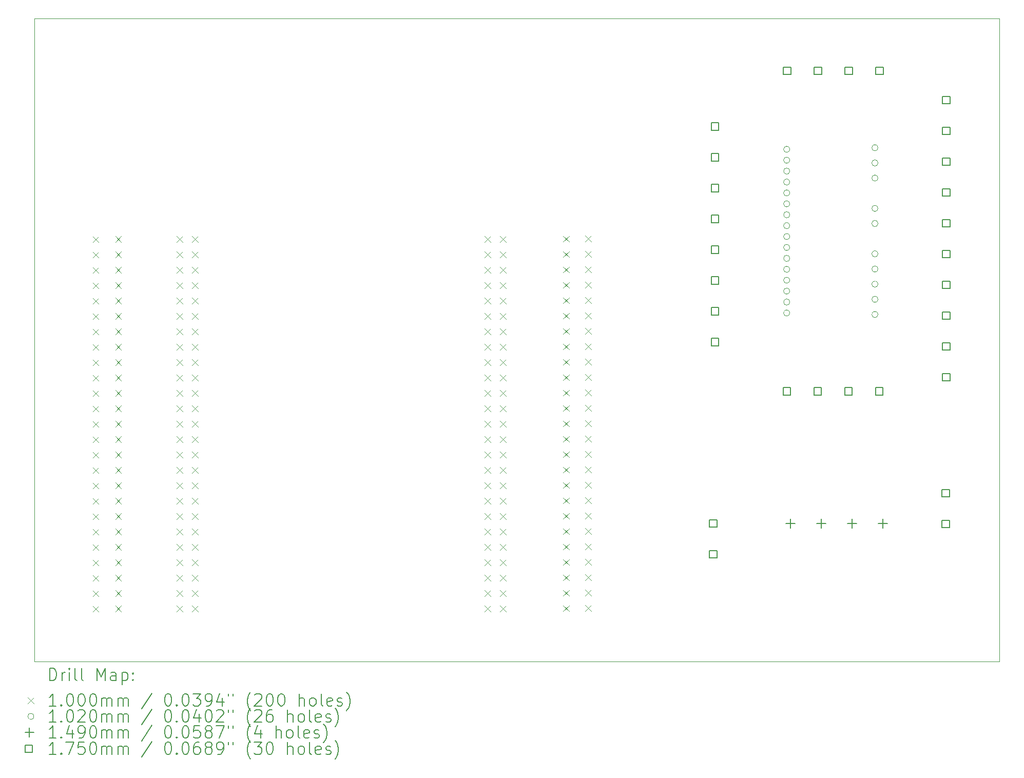
<source format=gbr>
%TF.GenerationSoftware,KiCad,Pcbnew,7.0.6*%
%TF.CreationDate,2023-11-30T13:04:14+07:00*%
%TF.ProjectId,testboard,74657374-626f-4617-9264-2e6b69636164,rev?*%
%TF.SameCoordinates,Original*%
%TF.FileFunction,Drillmap*%
%TF.FilePolarity,Positive*%
%FSLAX45Y45*%
G04 Gerber Fmt 4.5, Leading zero omitted, Abs format (unit mm)*
G04 Created by KiCad (PCBNEW 7.0.6) date 2023-11-30 13:04:14*
%MOMM*%
%LPD*%
G01*
G04 APERTURE LIST*
%ADD10C,0.100000*%
%ADD11C,0.200000*%
%ADD12C,0.102000*%
%ADD13C,0.149000*%
%ADD14C,0.175000*%
G04 APERTURE END LIST*
D10*
X8662000Y-4612000D02*
X24583000Y-4612000D01*
X24583000Y-15216000D01*
X8662000Y-15216000D01*
X8662000Y-4612000D01*
D11*
D10*
X9626000Y-8205000D02*
X9726000Y-8305000D01*
X9726000Y-8205000D02*
X9626000Y-8305000D01*
X9626000Y-8459000D02*
X9726000Y-8559000D01*
X9726000Y-8459000D02*
X9626000Y-8559000D01*
X9626000Y-8713000D02*
X9726000Y-8813000D01*
X9726000Y-8713000D02*
X9626000Y-8813000D01*
X9626000Y-8967000D02*
X9726000Y-9067000D01*
X9726000Y-8967000D02*
X9626000Y-9067000D01*
X9626000Y-9221000D02*
X9726000Y-9321000D01*
X9726000Y-9221000D02*
X9626000Y-9321000D01*
X9626000Y-9475000D02*
X9726000Y-9575000D01*
X9726000Y-9475000D02*
X9626000Y-9575000D01*
X9626000Y-9729000D02*
X9726000Y-9829000D01*
X9726000Y-9729000D02*
X9626000Y-9829000D01*
X9626000Y-9983000D02*
X9726000Y-10083000D01*
X9726000Y-9983000D02*
X9626000Y-10083000D01*
X9626000Y-10237000D02*
X9726000Y-10337000D01*
X9726000Y-10237000D02*
X9626000Y-10337000D01*
X9626000Y-10491000D02*
X9726000Y-10591000D01*
X9726000Y-10491000D02*
X9626000Y-10591000D01*
X9626000Y-10745000D02*
X9726000Y-10845000D01*
X9726000Y-10745000D02*
X9626000Y-10845000D01*
X9626000Y-10999000D02*
X9726000Y-11099000D01*
X9726000Y-10999000D02*
X9626000Y-11099000D01*
X9626000Y-11253000D02*
X9726000Y-11353000D01*
X9726000Y-11253000D02*
X9626000Y-11353000D01*
X9626000Y-11507000D02*
X9726000Y-11607000D01*
X9726000Y-11507000D02*
X9626000Y-11607000D01*
X9626000Y-11761000D02*
X9726000Y-11861000D01*
X9726000Y-11761000D02*
X9626000Y-11861000D01*
X9626000Y-12015000D02*
X9726000Y-12115000D01*
X9726000Y-12015000D02*
X9626000Y-12115000D01*
X9626000Y-12269000D02*
X9726000Y-12369000D01*
X9726000Y-12269000D02*
X9626000Y-12369000D01*
X9626000Y-12523000D02*
X9726000Y-12623000D01*
X9726000Y-12523000D02*
X9626000Y-12623000D01*
X9626000Y-12777000D02*
X9726000Y-12877000D01*
X9726000Y-12777000D02*
X9626000Y-12877000D01*
X9626000Y-13031000D02*
X9726000Y-13131000D01*
X9726000Y-13031000D02*
X9626000Y-13131000D01*
X9626000Y-13285000D02*
X9726000Y-13385000D01*
X9726000Y-13285000D02*
X9626000Y-13385000D01*
X9626000Y-13539000D02*
X9726000Y-13639000D01*
X9726000Y-13539000D02*
X9626000Y-13639000D01*
X9626000Y-13793000D02*
X9726000Y-13893000D01*
X9726000Y-13793000D02*
X9626000Y-13893000D01*
X9626000Y-14047000D02*
X9726000Y-14147000D01*
X9726000Y-14047000D02*
X9626000Y-14147000D01*
X9626000Y-14301000D02*
X9726000Y-14401000D01*
X9726000Y-14301000D02*
X9626000Y-14401000D01*
X9998000Y-8201000D02*
X10098000Y-8301000D01*
X10098000Y-8201000D02*
X9998000Y-8301000D01*
X9998000Y-8455000D02*
X10098000Y-8555000D01*
X10098000Y-8455000D02*
X9998000Y-8555000D01*
X9998000Y-8709000D02*
X10098000Y-8809000D01*
X10098000Y-8709000D02*
X9998000Y-8809000D01*
X9998000Y-8963000D02*
X10098000Y-9063000D01*
X10098000Y-8963000D02*
X9998000Y-9063000D01*
X9998000Y-9217000D02*
X10098000Y-9317000D01*
X10098000Y-9217000D02*
X9998000Y-9317000D01*
X9998000Y-9471000D02*
X10098000Y-9571000D01*
X10098000Y-9471000D02*
X9998000Y-9571000D01*
X9998000Y-9725000D02*
X10098000Y-9825000D01*
X10098000Y-9725000D02*
X9998000Y-9825000D01*
X9998000Y-9979000D02*
X10098000Y-10079000D01*
X10098000Y-9979000D02*
X9998000Y-10079000D01*
X9998000Y-10233000D02*
X10098000Y-10333000D01*
X10098000Y-10233000D02*
X9998000Y-10333000D01*
X9998000Y-10487000D02*
X10098000Y-10587000D01*
X10098000Y-10487000D02*
X9998000Y-10587000D01*
X9998000Y-10741000D02*
X10098000Y-10841000D01*
X10098000Y-10741000D02*
X9998000Y-10841000D01*
X9998000Y-10995000D02*
X10098000Y-11095000D01*
X10098000Y-10995000D02*
X9998000Y-11095000D01*
X9998000Y-11249000D02*
X10098000Y-11349000D01*
X10098000Y-11249000D02*
X9998000Y-11349000D01*
X9998000Y-11503000D02*
X10098000Y-11603000D01*
X10098000Y-11503000D02*
X9998000Y-11603000D01*
X9998000Y-11757000D02*
X10098000Y-11857000D01*
X10098000Y-11757000D02*
X9998000Y-11857000D01*
X9998000Y-12011000D02*
X10098000Y-12111000D01*
X10098000Y-12011000D02*
X9998000Y-12111000D01*
X9998000Y-12265000D02*
X10098000Y-12365000D01*
X10098000Y-12265000D02*
X9998000Y-12365000D01*
X9998000Y-12519000D02*
X10098000Y-12619000D01*
X10098000Y-12519000D02*
X9998000Y-12619000D01*
X9998000Y-12773000D02*
X10098000Y-12873000D01*
X10098000Y-12773000D02*
X9998000Y-12873000D01*
X9998000Y-13027000D02*
X10098000Y-13127000D01*
X10098000Y-13027000D02*
X9998000Y-13127000D01*
X9998000Y-13281000D02*
X10098000Y-13381000D01*
X10098000Y-13281000D02*
X9998000Y-13381000D01*
X9998000Y-13535000D02*
X10098000Y-13635000D01*
X10098000Y-13535000D02*
X9998000Y-13635000D01*
X9998000Y-13789000D02*
X10098000Y-13889000D01*
X10098000Y-13789000D02*
X9998000Y-13889000D01*
X9998000Y-14043000D02*
X10098000Y-14143000D01*
X10098000Y-14043000D02*
X9998000Y-14143000D01*
X9998000Y-14297000D02*
X10098000Y-14397000D01*
X10098000Y-14297000D02*
X9998000Y-14397000D01*
X11009000Y-8201000D02*
X11109000Y-8301000D01*
X11109000Y-8201000D02*
X11009000Y-8301000D01*
X11009000Y-8455000D02*
X11109000Y-8555000D01*
X11109000Y-8455000D02*
X11009000Y-8555000D01*
X11009000Y-8709000D02*
X11109000Y-8809000D01*
X11109000Y-8709000D02*
X11009000Y-8809000D01*
X11009000Y-8963000D02*
X11109000Y-9063000D01*
X11109000Y-8963000D02*
X11009000Y-9063000D01*
X11009000Y-9217000D02*
X11109000Y-9317000D01*
X11109000Y-9217000D02*
X11009000Y-9317000D01*
X11009000Y-9471000D02*
X11109000Y-9571000D01*
X11109000Y-9471000D02*
X11009000Y-9571000D01*
X11009000Y-9725000D02*
X11109000Y-9825000D01*
X11109000Y-9725000D02*
X11009000Y-9825000D01*
X11009000Y-9979000D02*
X11109000Y-10079000D01*
X11109000Y-9979000D02*
X11009000Y-10079000D01*
X11009000Y-10233000D02*
X11109000Y-10333000D01*
X11109000Y-10233000D02*
X11009000Y-10333000D01*
X11009000Y-10487000D02*
X11109000Y-10587000D01*
X11109000Y-10487000D02*
X11009000Y-10587000D01*
X11009000Y-10741000D02*
X11109000Y-10841000D01*
X11109000Y-10741000D02*
X11009000Y-10841000D01*
X11009000Y-10995000D02*
X11109000Y-11095000D01*
X11109000Y-10995000D02*
X11009000Y-11095000D01*
X11009000Y-11249000D02*
X11109000Y-11349000D01*
X11109000Y-11249000D02*
X11009000Y-11349000D01*
X11009000Y-11503000D02*
X11109000Y-11603000D01*
X11109000Y-11503000D02*
X11009000Y-11603000D01*
X11009000Y-11757000D02*
X11109000Y-11857000D01*
X11109000Y-11757000D02*
X11009000Y-11857000D01*
X11009000Y-12011000D02*
X11109000Y-12111000D01*
X11109000Y-12011000D02*
X11009000Y-12111000D01*
X11009000Y-12265000D02*
X11109000Y-12365000D01*
X11109000Y-12265000D02*
X11009000Y-12365000D01*
X11009000Y-12519000D02*
X11109000Y-12619000D01*
X11109000Y-12519000D02*
X11009000Y-12619000D01*
X11009000Y-12773000D02*
X11109000Y-12873000D01*
X11109000Y-12773000D02*
X11009000Y-12873000D01*
X11009000Y-13027000D02*
X11109000Y-13127000D01*
X11109000Y-13027000D02*
X11009000Y-13127000D01*
X11009000Y-13281000D02*
X11109000Y-13381000D01*
X11109000Y-13281000D02*
X11009000Y-13381000D01*
X11009000Y-13535000D02*
X11109000Y-13635000D01*
X11109000Y-13535000D02*
X11009000Y-13635000D01*
X11009000Y-13789000D02*
X11109000Y-13889000D01*
X11109000Y-13789000D02*
X11009000Y-13889000D01*
X11009000Y-14043000D02*
X11109000Y-14143000D01*
X11109000Y-14043000D02*
X11009000Y-14143000D01*
X11009000Y-14297000D02*
X11109000Y-14397000D01*
X11109000Y-14297000D02*
X11009000Y-14397000D01*
X11263000Y-8201000D02*
X11363000Y-8301000D01*
X11363000Y-8201000D02*
X11263000Y-8301000D01*
X11263000Y-8455000D02*
X11363000Y-8555000D01*
X11363000Y-8455000D02*
X11263000Y-8555000D01*
X11263000Y-8709000D02*
X11363000Y-8809000D01*
X11363000Y-8709000D02*
X11263000Y-8809000D01*
X11263000Y-8963000D02*
X11363000Y-9063000D01*
X11363000Y-8963000D02*
X11263000Y-9063000D01*
X11263000Y-9217000D02*
X11363000Y-9317000D01*
X11363000Y-9217000D02*
X11263000Y-9317000D01*
X11263000Y-9471000D02*
X11363000Y-9571000D01*
X11363000Y-9471000D02*
X11263000Y-9571000D01*
X11263000Y-9725000D02*
X11363000Y-9825000D01*
X11363000Y-9725000D02*
X11263000Y-9825000D01*
X11263000Y-9979000D02*
X11363000Y-10079000D01*
X11363000Y-9979000D02*
X11263000Y-10079000D01*
X11263000Y-10233000D02*
X11363000Y-10333000D01*
X11363000Y-10233000D02*
X11263000Y-10333000D01*
X11263000Y-10487000D02*
X11363000Y-10587000D01*
X11363000Y-10487000D02*
X11263000Y-10587000D01*
X11263000Y-10741000D02*
X11363000Y-10841000D01*
X11363000Y-10741000D02*
X11263000Y-10841000D01*
X11263000Y-10995000D02*
X11363000Y-11095000D01*
X11363000Y-10995000D02*
X11263000Y-11095000D01*
X11263000Y-11249000D02*
X11363000Y-11349000D01*
X11363000Y-11249000D02*
X11263000Y-11349000D01*
X11263000Y-11503000D02*
X11363000Y-11603000D01*
X11363000Y-11503000D02*
X11263000Y-11603000D01*
X11263000Y-11757000D02*
X11363000Y-11857000D01*
X11363000Y-11757000D02*
X11263000Y-11857000D01*
X11263000Y-12011000D02*
X11363000Y-12111000D01*
X11363000Y-12011000D02*
X11263000Y-12111000D01*
X11263000Y-12265000D02*
X11363000Y-12365000D01*
X11363000Y-12265000D02*
X11263000Y-12365000D01*
X11263000Y-12519000D02*
X11363000Y-12619000D01*
X11363000Y-12519000D02*
X11263000Y-12619000D01*
X11263000Y-12773000D02*
X11363000Y-12873000D01*
X11363000Y-12773000D02*
X11263000Y-12873000D01*
X11263000Y-13027000D02*
X11363000Y-13127000D01*
X11363000Y-13027000D02*
X11263000Y-13127000D01*
X11263000Y-13281000D02*
X11363000Y-13381000D01*
X11363000Y-13281000D02*
X11263000Y-13381000D01*
X11263000Y-13535000D02*
X11363000Y-13635000D01*
X11363000Y-13535000D02*
X11263000Y-13635000D01*
X11263000Y-13789000D02*
X11363000Y-13889000D01*
X11363000Y-13789000D02*
X11263000Y-13889000D01*
X11263000Y-14043000D02*
X11363000Y-14143000D01*
X11363000Y-14043000D02*
X11263000Y-14143000D01*
X11263000Y-14297000D02*
X11363000Y-14397000D01*
X11363000Y-14297000D02*
X11263000Y-14397000D01*
X16089000Y-8201000D02*
X16189000Y-8301000D01*
X16189000Y-8201000D02*
X16089000Y-8301000D01*
X16089000Y-8455000D02*
X16189000Y-8555000D01*
X16189000Y-8455000D02*
X16089000Y-8555000D01*
X16089000Y-8709000D02*
X16189000Y-8809000D01*
X16189000Y-8709000D02*
X16089000Y-8809000D01*
X16089000Y-8963000D02*
X16189000Y-9063000D01*
X16189000Y-8963000D02*
X16089000Y-9063000D01*
X16089000Y-9217000D02*
X16189000Y-9317000D01*
X16189000Y-9217000D02*
X16089000Y-9317000D01*
X16089000Y-9471000D02*
X16189000Y-9571000D01*
X16189000Y-9471000D02*
X16089000Y-9571000D01*
X16089000Y-9725000D02*
X16189000Y-9825000D01*
X16189000Y-9725000D02*
X16089000Y-9825000D01*
X16089000Y-9979000D02*
X16189000Y-10079000D01*
X16189000Y-9979000D02*
X16089000Y-10079000D01*
X16089000Y-10233000D02*
X16189000Y-10333000D01*
X16189000Y-10233000D02*
X16089000Y-10333000D01*
X16089000Y-10487000D02*
X16189000Y-10587000D01*
X16189000Y-10487000D02*
X16089000Y-10587000D01*
X16089000Y-10741000D02*
X16189000Y-10841000D01*
X16189000Y-10741000D02*
X16089000Y-10841000D01*
X16089000Y-10995000D02*
X16189000Y-11095000D01*
X16189000Y-10995000D02*
X16089000Y-11095000D01*
X16089000Y-11249000D02*
X16189000Y-11349000D01*
X16189000Y-11249000D02*
X16089000Y-11349000D01*
X16089000Y-11503000D02*
X16189000Y-11603000D01*
X16189000Y-11503000D02*
X16089000Y-11603000D01*
X16089000Y-11757000D02*
X16189000Y-11857000D01*
X16189000Y-11757000D02*
X16089000Y-11857000D01*
X16089000Y-12011000D02*
X16189000Y-12111000D01*
X16189000Y-12011000D02*
X16089000Y-12111000D01*
X16089000Y-12265000D02*
X16189000Y-12365000D01*
X16189000Y-12265000D02*
X16089000Y-12365000D01*
X16089000Y-12519000D02*
X16189000Y-12619000D01*
X16189000Y-12519000D02*
X16089000Y-12619000D01*
X16089000Y-12773000D02*
X16189000Y-12873000D01*
X16189000Y-12773000D02*
X16089000Y-12873000D01*
X16089000Y-13027000D02*
X16189000Y-13127000D01*
X16189000Y-13027000D02*
X16089000Y-13127000D01*
X16089000Y-13281000D02*
X16189000Y-13381000D01*
X16189000Y-13281000D02*
X16089000Y-13381000D01*
X16089000Y-13535000D02*
X16189000Y-13635000D01*
X16189000Y-13535000D02*
X16089000Y-13635000D01*
X16089000Y-13789000D02*
X16189000Y-13889000D01*
X16189000Y-13789000D02*
X16089000Y-13889000D01*
X16089000Y-14043000D02*
X16189000Y-14143000D01*
X16189000Y-14043000D02*
X16089000Y-14143000D01*
X16089000Y-14297000D02*
X16189000Y-14397000D01*
X16189000Y-14297000D02*
X16089000Y-14397000D01*
X16343000Y-8201000D02*
X16443000Y-8301000D01*
X16443000Y-8201000D02*
X16343000Y-8301000D01*
X16343000Y-8455000D02*
X16443000Y-8555000D01*
X16443000Y-8455000D02*
X16343000Y-8555000D01*
X16343000Y-8709000D02*
X16443000Y-8809000D01*
X16443000Y-8709000D02*
X16343000Y-8809000D01*
X16343000Y-8963000D02*
X16443000Y-9063000D01*
X16443000Y-8963000D02*
X16343000Y-9063000D01*
X16343000Y-9217000D02*
X16443000Y-9317000D01*
X16443000Y-9217000D02*
X16343000Y-9317000D01*
X16343000Y-9471000D02*
X16443000Y-9571000D01*
X16443000Y-9471000D02*
X16343000Y-9571000D01*
X16343000Y-9725000D02*
X16443000Y-9825000D01*
X16443000Y-9725000D02*
X16343000Y-9825000D01*
X16343000Y-9979000D02*
X16443000Y-10079000D01*
X16443000Y-9979000D02*
X16343000Y-10079000D01*
X16343000Y-10233000D02*
X16443000Y-10333000D01*
X16443000Y-10233000D02*
X16343000Y-10333000D01*
X16343000Y-10487000D02*
X16443000Y-10587000D01*
X16443000Y-10487000D02*
X16343000Y-10587000D01*
X16343000Y-10741000D02*
X16443000Y-10841000D01*
X16443000Y-10741000D02*
X16343000Y-10841000D01*
X16343000Y-10995000D02*
X16443000Y-11095000D01*
X16443000Y-10995000D02*
X16343000Y-11095000D01*
X16343000Y-11249000D02*
X16443000Y-11349000D01*
X16443000Y-11249000D02*
X16343000Y-11349000D01*
X16343000Y-11503000D02*
X16443000Y-11603000D01*
X16443000Y-11503000D02*
X16343000Y-11603000D01*
X16343000Y-11757000D02*
X16443000Y-11857000D01*
X16443000Y-11757000D02*
X16343000Y-11857000D01*
X16343000Y-12011000D02*
X16443000Y-12111000D01*
X16443000Y-12011000D02*
X16343000Y-12111000D01*
X16343000Y-12265000D02*
X16443000Y-12365000D01*
X16443000Y-12265000D02*
X16343000Y-12365000D01*
X16343000Y-12519000D02*
X16443000Y-12619000D01*
X16443000Y-12519000D02*
X16343000Y-12619000D01*
X16343000Y-12773000D02*
X16443000Y-12873000D01*
X16443000Y-12773000D02*
X16343000Y-12873000D01*
X16343000Y-13027000D02*
X16443000Y-13127000D01*
X16443000Y-13027000D02*
X16343000Y-13127000D01*
X16343000Y-13281000D02*
X16443000Y-13381000D01*
X16443000Y-13281000D02*
X16343000Y-13381000D01*
X16343000Y-13535000D02*
X16443000Y-13635000D01*
X16443000Y-13535000D02*
X16343000Y-13635000D01*
X16343000Y-13789000D02*
X16443000Y-13889000D01*
X16443000Y-13789000D02*
X16343000Y-13889000D01*
X16343000Y-14043000D02*
X16443000Y-14143000D01*
X16443000Y-14043000D02*
X16343000Y-14143000D01*
X16343000Y-14297000D02*
X16443000Y-14397000D01*
X16443000Y-14297000D02*
X16343000Y-14397000D01*
X17383000Y-8197000D02*
X17483000Y-8297000D01*
X17483000Y-8197000D02*
X17383000Y-8297000D01*
X17383000Y-8451000D02*
X17483000Y-8551000D01*
X17483000Y-8451000D02*
X17383000Y-8551000D01*
X17383000Y-8705000D02*
X17483000Y-8805000D01*
X17483000Y-8705000D02*
X17383000Y-8805000D01*
X17383000Y-8959000D02*
X17483000Y-9059000D01*
X17483000Y-8959000D02*
X17383000Y-9059000D01*
X17383000Y-9213000D02*
X17483000Y-9313000D01*
X17483000Y-9213000D02*
X17383000Y-9313000D01*
X17383000Y-9467000D02*
X17483000Y-9567000D01*
X17483000Y-9467000D02*
X17383000Y-9567000D01*
X17383000Y-9721000D02*
X17483000Y-9821000D01*
X17483000Y-9721000D02*
X17383000Y-9821000D01*
X17383000Y-9975000D02*
X17483000Y-10075000D01*
X17483000Y-9975000D02*
X17383000Y-10075000D01*
X17383000Y-10229000D02*
X17483000Y-10329000D01*
X17483000Y-10229000D02*
X17383000Y-10329000D01*
X17383000Y-10483000D02*
X17483000Y-10583000D01*
X17483000Y-10483000D02*
X17383000Y-10583000D01*
X17383000Y-10737000D02*
X17483000Y-10837000D01*
X17483000Y-10737000D02*
X17383000Y-10837000D01*
X17383000Y-10991000D02*
X17483000Y-11091000D01*
X17483000Y-10991000D02*
X17383000Y-11091000D01*
X17383000Y-11245000D02*
X17483000Y-11345000D01*
X17483000Y-11245000D02*
X17383000Y-11345000D01*
X17383000Y-11499000D02*
X17483000Y-11599000D01*
X17483000Y-11499000D02*
X17383000Y-11599000D01*
X17383000Y-11753000D02*
X17483000Y-11853000D01*
X17483000Y-11753000D02*
X17383000Y-11853000D01*
X17383000Y-12007000D02*
X17483000Y-12107000D01*
X17483000Y-12007000D02*
X17383000Y-12107000D01*
X17383000Y-12261000D02*
X17483000Y-12361000D01*
X17483000Y-12261000D02*
X17383000Y-12361000D01*
X17383000Y-12515000D02*
X17483000Y-12615000D01*
X17483000Y-12515000D02*
X17383000Y-12615000D01*
X17383000Y-12769000D02*
X17483000Y-12869000D01*
X17483000Y-12769000D02*
X17383000Y-12869000D01*
X17383000Y-13023000D02*
X17483000Y-13123000D01*
X17483000Y-13023000D02*
X17383000Y-13123000D01*
X17383000Y-13277000D02*
X17483000Y-13377000D01*
X17483000Y-13277000D02*
X17383000Y-13377000D01*
X17383000Y-13531000D02*
X17483000Y-13631000D01*
X17483000Y-13531000D02*
X17383000Y-13631000D01*
X17383000Y-13785000D02*
X17483000Y-13885000D01*
X17483000Y-13785000D02*
X17383000Y-13885000D01*
X17383000Y-14039000D02*
X17483000Y-14139000D01*
X17483000Y-14039000D02*
X17383000Y-14139000D01*
X17383000Y-14293000D02*
X17483000Y-14393000D01*
X17483000Y-14293000D02*
X17383000Y-14393000D01*
X17748000Y-8195000D02*
X17848000Y-8295000D01*
X17848000Y-8195000D02*
X17748000Y-8295000D01*
X17748000Y-8449000D02*
X17848000Y-8549000D01*
X17848000Y-8449000D02*
X17748000Y-8549000D01*
X17748000Y-8703000D02*
X17848000Y-8803000D01*
X17848000Y-8703000D02*
X17748000Y-8803000D01*
X17748000Y-8957000D02*
X17848000Y-9057000D01*
X17848000Y-8957000D02*
X17748000Y-9057000D01*
X17748000Y-9211000D02*
X17848000Y-9311000D01*
X17848000Y-9211000D02*
X17748000Y-9311000D01*
X17748000Y-9465000D02*
X17848000Y-9565000D01*
X17848000Y-9465000D02*
X17748000Y-9565000D01*
X17748000Y-9719000D02*
X17848000Y-9819000D01*
X17848000Y-9719000D02*
X17748000Y-9819000D01*
X17748000Y-9973000D02*
X17848000Y-10073000D01*
X17848000Y-9973000D02*
X17748000Y-10073000D01*
X17748000Y-10227000D02*
X17848000Y-10327000D01*
X17848000Y-10227000D02*
X17748000Y-10327000D01*
X17748000Y-10481000D02*
X17848000Y-10581000D01*
X17848000Y-10481000D02*
X17748000Y-10581000D01*
X17748000Y-10735000D02*
X17848000Y-10835000D01*
X17848000Y-10735000D02*
X17748000Y-10835000D01*
X17748000Y-10989000D02*
X17848000Y-11089000D01*
X17848000Y-10989000D02*
X17748000Y-11089000D01*
X17748000Y-11243000D02*
X17848000Y-11343000D01*
X17848000Y-11243000D02*
X17748000Y-11343000D01*
X17748000Y-11497000D02*
X17848000Y-11597000D01*
X17848000Y-11497000D02*
X17748000Y-11597000D01*
X17748000Y-11751000D02*
X17848000Y-11851000D01*
X17848000Y-11751000D02*
X17748000Y-11851000D01*
X17748000Y-12005000D02*
X17848000Y-12105000D01*
X17848000Y-12005000D02*
X17748000Y-12105000D01*
X17748000Y-12259000D02*
X17848000Y-12359000D01*
X17848000Y-12259000D02*
X17748000Y-12359000D01*
X17748000Y-12513000D02*
X17848000Y-12613000D01*
X17848000Y-12513000D02*
X17748000Y-12613000D01*
X17748000Y-12767000D02*
X17848000Y-12867000D01*
X17848000Y-12767000D02*
X17748000Y-12867000D01*
X17748000Y-13021000D02*
X17848000Y-13121000D01*
X17848000Y-13021000D02*
X17748000Y-13121000D01*
X17748000Y-13275000D02*
X17848000Y-13375000D01*
X17848000Y-13275000D02*
X17748000Y-13375000D01*
X17748000Y-13529000D02*
X17848000Y-13629000D01*
X17848000Y-13529000D02*
X17748000Y-13629000D01*
X17748000Y-13783000D02*
X17848000Y-13883000D01*
X17848000Y-13783000D02*
X17748000Y-13883000D01*
X17748000Y-14037000D02*
X17848000Y-14137000D01*
X17848000Y-14037000D02*
X17748000Y-14137000D01*
X17748000Y-14291000D02*
X17848000Y-14391000D01*
X17848000Y-14291000D02*
X17748000Y-14391000D01*
D12*
X21124250Y-6768700D02*
G75*
G03*
X21124250Y-6768700I-51000J0D01*
G01*
X21124250Y-6948700D02*
G75*
G03*
X21124250Y-6948700I-51000J0D01*
G01*
X21124250Y-7128700D02*
G75*
G03*
X21124250Y-7128700I-51000J0D01*
G01*
X21124250Y-7308800D02*
G75*
G03*
X21124250Y-7308800I-51000J0D01*
G01*
X21124250Y-7488700D02*
G75*
G03*
X21124250Y-7488700I-51000J0D01*
G01*
X21124250Y-7668800D02*
G75*
G03*
X21124250Y-7668800I-51000J0D01*
G01*
X21124250Y-7848800D02*
G75*
G03*
X21124250Y-7848800I-51000J0D01*
G01*
X21124250Y-8028800D02*
G75*
G03*
X21124250Y-8028800I-51000J0D01*
G01*
X21124250Y-8208800D02*
G75*
G03*
X21124250Y-8208800I-51000J0D01*
G01*
X21124250Y-8388700D02*
G75*
G03*
X21124250Y-8388700I-51000J0D01*
G01*
X21124250Y-8568700D02*
G75*
G03*
X21124250Y-8568700I-51000J0D01*
G01*
X21124250Y-8748700D02*
G75*
G03*
X21124250Y-8748700I-51000J0D01*
G01*
X21124250Y-8928800D02*
G75*
G03*
X21124250Y-8928800I-51000J0D01*
G01*
X21124250Y-9108800D02*
G75*
G03*
X21124250Y-9108800I-51000J0D01*
G01*
X21124250Y-9288700D02*
G75*
G03*
X21124250Y-9288700I-51000J0D01*
G01*
X21124250Y-9468700D02*
G75*
G03*
X21124250Y-9468700I-51000J0D01*
G01*
X22579250Y-6743700D02*
G75*
G03*
X22579250Y-6743700I-51000J0D01*
G01*
X22579250Y-6993700D02*
G75*
G03*
X22579250Y-6993700I-51000J0D01*
G01*
X22579250Y-7243700D02*
G75*
G03*
X22579250Y-7243700I-51000J0D01*
G01*
X22579250Y-7743700D02*
G75*
G03*
X22579250Y-7743700I-51000J0D01*
G01*
X22579250Y-7993700D02*
G75*
G03*
X22579250Y-7993700I-51000J0D01*
G01*
X22579250Y-8493700D02*
G75*
G03*
X22579250Y-8493700I-51000J0D01*
G01*
X22579250Y-8743700D02*
G75*
G03*
X22579250Y-8743700I-51000J0D01*
G01*
X22579250Y-8993700D02*
G75*
G03*
X22579250Y-8993700I-51000J0D01*
G01*
X22579250Y-9243700D02*
G75*
G03*
X22579250Y-9243700I-51000J0D01*
G01*
X22579250Y-9493700D02*
G75*
G03*
X22579250Y-9493700I-51000J0D01*
G01*
D13*
X21134550Y-12868250D02*
X21134550Y-13017250D01*
X21060050Y-12942750D02*
X21209050Y-12942750D01*
X21642550Y-12868250D02*
X21642550Y-13017250D01*
X21568050Y-12942750D02*
X21717050Y-12942750D01*
X22150550Y-12868250D02*
X22150550Y-13017250D01*
X22076050Y-12942750D02*
X22225050Y-12942750D01*
X22658550Y-12868250D02*
X22658550Y-13017250D01*
X22584050Y-12942750D02*
X22733050Y-12942750D01*
D14*
X19923422Y-13003822D02*
X19923422Y-12880078D01*
X19799678Y-12880078D01*
X19799678Y-13003822D01*
X19923422Y-13003822D01*
X19923422Y-13511822D02*
X19923422Y-13388078D01*
X19799678Y-13388078D01*
X19799678Y-13511822D01*
X19923422Y-13511822D01*
X19953422Y-6456822D02*
X19953422Y-6333078D01*
X19829678Y-6333078D01*
X19829678Y-6456822D01*
X19953422Y-6456822D01*
X19953422Y-6964822D02*
X19953422Y-6841078D01*
X19829678Y-6841078D01*
X19829678Y-6964822D01*
X19953422Y-6964822D01*
X19953422Y-7472822D02*
X19953422Y-7349078D01*
X19829678Y-7349078D01*
X19829678Y-7472822D01*
X19953422Y-7472822D01*
X19953422Y-7980822D02*
X19953422Y-7857078D01*
X19829678Y-7857078D01*
X19829678Y-7980822D01*
X19953422Y-7980822D01*
X19953422Y-8488822D02*
X19953422Y-8365078D01*
X19829678Y-8365078D01*
X19829678Y-8488822D01*
X19953422Y-8488822D01*
X19953422Y-8996822D02*
X19953422Y-8873078D01*
X19829678Y-8873078D01*
X19829678Y-8996822D01*
X19953422Y-8996822D01*
X19953422Y-9504822D02*
X19953422Y-9381078D01*
X19829678Y-9381078D01*
X19829678Y-9504822D01*
X19953422Y-9504822D01*
X19953422Y-10012822D02*
X19953422Y-9889078D01*
X19829678Y-9889078D01*
X19829678Y-10012822D01*
X19953422Y-10012822D01*
X21139422Y-10824822D02*
X21139422Y-10701078D01*
X21015678Y-10701078D01*
X21015678Y-10824822D01*
X21139422Y-10824822D01*
X21140422Y-5535822D02*
X21140422Y-5412078D01*
X21016678Y-5412078D01*
X21016678Y-5535822D01*
X21140422Y-5535822D01*
X21647422Y-10824822D02*
X21647422Y-10701078D01*
X21523678Y-10701078D01*
X21523678Y-10824822D01*
X21647422Y-10824822D01*
X21648422Y-5535822D02*
X21648422Y-5412078D01*
X21524678Y-5412078D01*
X21524678Y-5535822D01*
X21648422Y-5535822D01*
X22155422Y-10824822D02*
X22155422Y-10701078D01*
X22031678Y-10701078D01*
X22031678Y-10824822D01*
X22155422Y-10824822D01*
X22156422Y-5535822D02*
X22156422Y-5412078D01*
X22032678Y-5412078D01*
X22032678Y-5535822D01*
X22156422Y-5535822D01*
X22663422Y-10824822D02*
X22663422Y-10701078D01*
X22539678Y-10701078D01*
X22539678Y-10824822D01*
X22663422Y-10824822D01*
X22664422Y-5535822D02*
X22664422Y-5412078D01*
X22540678Y-5412078D01*
X22540678Y-5535822D01*
X22664422Y-5535822D01*
X23757172Y-12504072D02*
X23757172Y-12380328D01*
X23633428Y-12380328D01*
X23633428Y-12504072D01*
X23757172Y-12504072D01*
X23757172Y-13012072D02*
X23757172Y-12888328D01*
X23633428Y-12888328D01*
X23633428Y-13012072D01*
X23757172Y-13012072D01*
X23769122Y-6019122D02*
X23769122Y-5895378D01*
X23645378Y-5895378D01*
X23645378Y-6019122D01*
X23769122Y-6019122D01*
X23769122Y-6527122D02*
X23769122Y-6403378D01*
X23645378Y-6403378D01*
X23645378Y-6527122D01*
X23769122Y-6527122D01*
X23769122Y-7035122D02*
X23769122Y-6911378D01*
X23645378Y-6911378D01*
X23645378Y-7035122D01*
X23769122Y-7035122D01*
X23769122Y-7543122D02*
X23769122Y-7419378D01*
X23645378Y-7419378D01*
X23645378Y-7543122D01*
X23769122Y-7543122D01*
X23769122Y-8051122D02*
X23769122Y-7927378D01*
X23645378Y-7927378D01*
X23645378Y-8051122D01*
X23769122Y-8051122D01*
X23769122Y-8559122D02*
X23769122Y-8435378D01*
X23645378Y-8435378D01*
X23645378Y-8559122D01*
X23769122Y-8559122D01*
X23769122Y-9067122D02*
X23769122Y-8943378D01*
X23645378Y-8943378D01*
X23645378Y-9067122D01*
X23769122Y-9067122D01*
X23769122Y-9575122D02*
X23769122Y-9451378D01*
X23645378Y-9451378D01*
X23645378Y-9575122D01*
X23769122Y-9575122D01*
X23769122Y-10083122D02*
X23769122Y-9959378D01*
X23645378Y-9959378D01*
X23645378Y-10083122D01*
X23769122Y-10083122D01*
X23769122Y-10591122D02*
X23769122Y-10467378D01*
X23645378Y-10467378D01*
X23645378Y-10591122D01*
X23769122Y-10591122D01*
D11*
X8917777Y-15532484D02*
X8917777Y-15332484D01*
X8917777Y-15332484D02*
X8965396Y-15332484D01*
X8965396Y-15332484D02*
X8993967Y-15342008D01*
X8993967Y-15342008D02*
X9013015Y-15361055D01*
X9013015Y-15361055D02*
X9022539Y-15380103D01*
X9022539Y-15380103D02*
X9032063Y-15418198D01*
X9032063Y-15418198D02*
X9032063Y-15446769D01*
X9032063Y-15446769D02*
X9022539Y-15484865D01*
X9022539Y-15484865D02*
X9013015Y-15503912D01*
X9013015Y-15503912D02*
X8993967Y-15522960D01*
X8993967Y-15522960D02*
X8965396Y-15532484D01*
X8965396Y-15532484D02*
X8917777Y-15532484D01*
X9117777Y-15532484D02*
X9117777Y-15399150D01*
X9117777Y-15437246D02*
X9127301Y-15418198D01*
X9127301Y-15418198D02*
X9136824Y-15408674D01*
X9136824Y-15408674D02*
X9155872Y-15399150D01*
X9155872Y-15399150D02*
X9174920Y-15399150D01*
X9241586Y-15532484D02*
X9241586Y-15399150D01*
X9241586Y-15332484D02*
X9232063Y-15342008D01*
X9232063Y-15342008D02*
X9241586Y-15351531D01*
X9241586Y-15351531D02*
X9251110Y-15342008D01*
X9251110Y-15342008D02*
X9241586Y-15332484D01*
X9241586Y-15332484D02*
X9241586Y-15351531D01*
X9365396Y-15532484D02*
X9346348Y-15522960D01*
X9346348Y-15522960D02*
X9336824Y-15503912D01*
X9336824Y-15503912D02*
X9336824Y-15332484D01*
X9470158Y-15532484D02*
X9451110Y-15522960D01*
X9451110Y-15522960D02*
X9441586Y-15503912D01*
X9441586Y-15503912D02*
X9441586Y-15332484D01*
X9698729Y-15532484D02*
X9698729Y-15332484D01*
X9698729Y-15332484D02*
X9765396Y-15475341D01*
X9765396Y-15475341D02*
X9832063Y-15332484D01*
X9832063Y-15332484D02*
X9832063Y-15532484D01*
X10013015Y-15532484D02*
X10013015Y-15427722D01*
X10013015Y-15427722D02*
X10003491Y-15408674D01*
X10003491Y-15408674D02*
X9984444Y-15399150D01*
X9984444Y-15399150D02*
X9946348Y-15399150D01*
X9946348Y-15399150D02*
X9927301Y-15408674D01*
X10013015Y-15522960D02*
X9993967Y-15532484D01*
X9993967Y-15532484D02*
X9946348Y-15532484D01*
X9946348Y-15532484D02*
X9927301Y-15522960D01*
X9927301Y-15522960D02*
X9917777Y-15503912D01*
X9917777Y-15503912D02*
X9917777Y-15484865D01*
X9917777Y-15484865D02*
X9927301Y-15465817D01*
X9927301Y-15465817D02*
X9946348Y-15456293D01*
X9946348Y-15456293D02*
X9993967Y-15456293D01*
X9993967Y-15456293D02*
X10013015Y-15446769D01*
X10108253Y-15399150D02*
X10108253Y-15599150D01*
X10108253Y-15408674D02*
X10127301Y-15399150D01*
X10127301Y-15399150D02*
X10165396Y-15399150D01*
X10165396Y-15399150D02*
X10184444Y-15408674D01*
X10184444Y-15408674D02*
X10193967Y-15418198D01*
X10193967Y-15418198D02*
X10203491Y-15437246D01*
X10203491Y-15437246D02*
X10203491Y-15494388D01*
X10203491Y-15494388D02*
X10193967Y-15513436D01*
X10193967Y-15513436D02*
X10184444Y-15522960D01*
X10184444Y-15522960D02*
X10165396Y-15532484D01*
X10165396Y-15532484D02*
X10127301Y-15532484D01*
X10127301Y-15532484D02*
X10108253Y-15522960D01*
X10289205Y-15513436D02*
X10298729Y-15522960D01*
X10298729Y-15522960D02*
X10289205Y-15532484D01*
X10289205Y-15532484D02*
X10279682Y-15522960D01*
X10279682Y-15522960D02*
X10289205Y-15513436D01*
X10289205Y-15513436D02*
X10289205Y-15532484D01*
X10289205Y-15408674D02*
X10298729Y-15418198D01*
X10298729Y-15418198D02*
X10289205Y-15427722D01*
X10289205Y-15427722D02*
X10279682Y-15418198D01*
X10279682Y-15418198D02*
X10289205Y-15408674D01*
X10289205Y-15408674D02*
X10289205Y-15427722D01*
D10*
X8557000Y-15811000D02*
X8657000Y-15911000D01*
X8657000Y-15811000D02*
X8557000Y-15911000D01*
D11*
X9022539Y-15952484D02*
X8908253Y-15952484D01*
X8965396Y-15952484D02*
X8965396Y-15752484D01*
X8965396Y-15752484D02*
X8946348Y-15781055D01*
X8946348Y-15781055D02*
X8927301Y-15800103D01*
X8927301Y-15800103D02*
X8908253Y-15809627D01*
X9108253Y-15933436D02*
X9117777Y-15942960D01*
X9117777Y-15942960D02*
X9108253Y-15952484D01*
X9108253Y-15952484D02*
X9098729Y-15942960D01*
X9098729Y-15942960D02*
X9108253Y-15933436D01*
X9108253Y-15933436D02*
X9108253Y-15952484D01*
X9241586Y-15752484D02*
X9260634Y-15752484D01*
X9260634Y-15752484D02*
X9279682Y-15762008D01*
X9279682Y-15762008D02*
X9289205Y-15771531D01*
X9289205Y-15771531D02*
X9298729Y-15790579D01*
X9298729Y-15790579D02*
X9308253Y-15828674D01*
X9308253Y-15828674D02*
X9308253Y-15876293D01*
X9308253Y-15876293D02*
X9298729Y-15914388D01*
X9298729Y-15914388D02*
X9289205Y-15933436D01*
X9289205Y-15933436D02*
X9279682Y-15942960D01*
X9279682Y-15942960D02*
X9260634Y-15952484D01*
X9260634Y-15952484D02*
X9241586Y-15952484D01*
X9241586Y-15952484D02*
X9222539Y-15942960D01*
X9222539Y-15942960D02*
X9213015Y-15933436D01*
X9213015Y-15933436D02*
X9203491Y-15914388D01*
X9203491Y-15914388D02*
X9193967Y-15876293D01*
X9193967Y-15876293D02*
X9193967Y-15828674D01*
X9193967Y-15828674D02*
X9203491Y-15790579D01*
X9203491Y-15790579D02*
X9213015Y-15771531D01*
X9213015Y-15771531D02*
X9222539Y-15762008D01*
X9222539Y-15762008D02*
X9241586Y-15752484D01*
X9432063Y-15752484D02*
X9451110Y-15752484D01*
X9451110Y-15752484D02*
X9470158Y-15762008D01*
X9470158Y-15762008D02*
X9479682Y-15771531D01*
X9479682Y-15771531D02*
X9489205Y-15790579D01*
X9489205Y-15790579D02*
X9498729Y-15828674D01*
X9498729Y-15828674D02*
X9498729Y-15876293D01*
X9498729Y-15876293D02*
X9489205Y-15914388D01*
X9489205Y-15914388D02*
X9479682Y-15933436D01*
X9479682Y-15933436D02*
X9470158Y-15942960D01*
X9470158Y-15942960D02*
X9451110Y-15952484D01*
X9451110Y-15952484D02*
X9432063Y-15952484D01*
X9432063Y-15952484D02*
X9413015Y-15942960D01*
X9413015Y-15942960D02*
X9403491Y-15933436D01*
X9403491Y-15933436D02*
X9393967Y-15914388D01*
X9393967Y-15914388D02*
X9384444Y-15876293D01*
X9384444Y-15876293D02*
X9384444Y-15828674D01*
X9384444Y-15828674D02*
X9393967Y-15790579D01*
X9393967Y-15790579D02*
X9403491Y-15771531D01*
X9403491Y-15771531D02*
X9413015Y-15762008D01*
X9413015Y-15762008D02*
X9432063Y-15752484D01*
X9622539Y-15752484D02*
X9641586Y-15752484D01*
X9641586Y-15752484D02*
X9660634Y-15762008D01*
X9660634Y-15762008D02*
X9670158Y-15771531D01*
X9670158Y-15771531D02*
X9679682Y-15790579D01*
X9679682Y-15790579D02*
X9689205Y-15828674D01*
X9689205Y-15828674D02*
X9689205Y-15876293D01*
X9689205Y-15876293D02*
X9679682Y-15914388D01*
X9679682Y-15914388D02*
X9670158Y-15933436D01*
X9670158Y-15933436D02*
X9660634Y-15942960D01*
X9660634Y-15942960D02*
X9641586Y-15952484D01*
X9641586Y-15952484D02*
X9622539Y-15952484D01*
X9622539Y-15952484D02*
X9603491Y-15942960D01*
X9603491Y-15942960D02*
X9593967Y-15933436D01*
X9593967Y-15933436D02*
X9584444Y-15914388D01*
X9584444Y-15914388D02*
X9574920Y-15876293D01*
X9574920Y-15876293D02*
X9574920Y-15828674D01*
X9574920Y-15828674D02*
X9584444Y-15790579D01*
X9584444Y-15790579D02*
X9593967Y-15771531D01*
X9593967Y-15771531D02*
X9603491Y-15762008D01*
X9603491Y-15762008D02*
X9622539Y-15752484D01*
X9774920Y-15952484D02*
X9774920Y-15819150D01*
X9774920Y-15838198D02*
X9784444Y-15828674D01*
X9784444Y-15828674D02*
X9803491Y-15819150D01*
X9803491Y-15819150D02*
X9832063Y-15819150D01*
X9832063Y-15819150D02*
X9851110Y-15828674D01*
X9851110Y-15828674D02*
X9860634Y-15847722D01*
X9860634Y-15847722D02*
X9860634Y-15952484D01*
X9860634Y-15847722D02*
X9870158Y-15828674D01*
X9870158Y-15828674D02*
X9889205Y-15819150D01*
X9889205Y-15819150D02*
X9917777Y-15819150D01*
X9917777Y-15819150D02*
X9936825Y-15828674D01*
X9936825Y-15828674D02*
X9946348Y-15847722D01*
X9946348Y-15847722D02*
X9946348Y-15952484D01*
X10041586Y-15952484D02*
X10041586Y-15819150D01*
X10041586Y-15838198D02*
X10051110Y-15828674D01*
X10051110Y-15828674D02*
X10070158Y-15819150D01*
X10070158Y-15819150D02*
X10098729Y-15819150D01*
X10098729Y-15819150D02*
X10117777Y-15828674D01*
X10117777Y-15828674D02*
X10127301Y-15847722D01*
X10127301Y-15847722D02*
X10127301Y-15952484D01*
X10127301Y-15847722D02*
X10136825Y-15828674D01*
X10136825Y-15828674D02*
X10155872Y-15819150D01*
X10155872Y-15819150D02*
X10184444Y-15819150D01*
X10184444Y-15819150D02*
X10203491Y-15828674D01*
X10203491Y-15828674D02*
X10213015Y-15847722D01*
X10213015Y-15847722D02*
X10213015Y-15952484D01*
X10603491Y-15742960D02*
X10432063Y-16000103D01*
X10860634Y-15752484D02*
X10879682Y-15752484D01*
X10879682Y-15752484D02*
X10898729Y-15762008D01*
X10898729Y-15762008D02*
X10908253Y-15771531D01*
X10908253Y-15771531D02*
X10917777Y-15790579D01*
X10917777Y-15790579D02*
X10927301Y-15828674D01*
X10927301Y-15828674D02*
X10927301Y-15876293D01*
X10927301Y-15876293D02*
X10917777Y-15914388D01*
X10917777Y-15914388D02*
X10908253Y-15933436D01*
X10908253Y-15933436D02*
X10898729Y-15942960D01*
X10898729Y-15942960D02*
X10879682Y-15952484D01*
X10879682Y-15952484D02*
X10860634Y-15952484D01*
X10860634Y-15952484D02*
X10841587Y-15942960D01*
X10841587Y-15942960D02*
X10832063Y-15933436D01*
X10832063Y-15933436D02*
X10822539Y-15914388D01*
X10822539Y-15914388D02*
X10813015Y-15876293D01*
X10813015Y-15876293D02*
X10813015Y-15828674D01*
X10813015Y-15828674D02*
X10822539Y-15790579D01*
X10822539Y-15790579D02*
X10832063Y-15771531D01*
X10832063Y-15771531D02*
X10841587Y-15762008D01*
X10841587Y-15762008D02*
X10860634Y-15752484D01*
X11013015Y-15933436D02*
X11022539Y-15942960D01*
X11022539Y-15942960D02*
X11013015Y-15952484D01*
X11013015Y-15952484D02*
X11003491Y-15942960D01*
X11003491Y-15942960D02*
X11013015Y-15933436D01*
X11013015Y-15933436D02*
X11013015Y-15952484D01*
X11146348Y-15752484D02*
X11165396Y-15752484D01*
X11165396Y-15752484D02*
X11184444Y-15762008D01*
X11184444Y-15762008D02*
X11193967Y-15771531D01*
X11193967Y-15771531D02*
X11203491Y-15790579D01*
X11203491Y-15790579D02*
X11213015Y-15828674D01*
X11213015Y-15828674D02*
X11213015Y-15876293D01*
X11213015Y-15876293D02*
X11203491Y-15914388D01*
X11203491Y-15914388D02*
X11193967Y-15933436D01*
X11193967Y-15933436D02*
X11184444Y-15942960D01*
X11184444Y-15942960D02*
X11165396Y-15952484D01*
X11165396Y-15952484D02*
X11146348Y-15952484D01*
X11146348Y-15952484D02*
X11127301Y-15942960D01*
X11127301Y-15942960D02*
X11117777Y-15933436D01*
X11117777Y-15933436D02*
X11108253Y-15914388D01*
X11108253Y-15914388D02*
X11098729Y-15876293D01*
X11098729Y-15876293D02*
X11098729Y-15828674D01*
X11098729Y-15828674D02*
X11108253Y-15790579D01*
X11108253Y-15790579D02*
X11117777Y-15771531D01*
X11117777Y-15771531D02*
X11127301Y-15762008D01*
X11127301Y-15762008D02*
X11146348Y-15752484D01*
X11279682Y-15752484D02*
X11403491Y-15752484D01*
X11403491Y-15752484D02*
X11336825Y-15828674D01*
X11336825Y-15828674D02*
X11365396Y-15828674D01*
X11365396Y-15828674D02*
X11384444Y-15838198D01*
X11384444Y-15838198D02*
X11393967Y-15847722D01*
X11393967Y-15847722D02*
X11403491Y-15866769D01*
X11403491Y-15866769D02*
X11403491Y-15914388D01*
X11403491Y-15914388D02*
X11393967Y-15933436D01*
X11393967Y-15933436D02*
X11384444Y-15942960D01*
X11384444Y-15942960D02*
X11365396Y-15952484D01*
X11365396Y-15952484D02*
X11308253Y-15952484D01*
X11308253Y-15952484D02*
X11289206Y-15942960D01*
X11289206Y-15942960D02*
X11279682Y-15933436D01*
X11498729Y-15952484D02*
X11536825Y-15952484D01*
X11536825Y-15952484D02*
X11555872Y-15942960D01*
X11555872Y-15942960D02*
X11565396Y-15933436D01*
X11565396Y-15933436D02*
X11584444Y-15904865D01*
X11584444Y-15904865D02*
X11593967Y-15866769D01*
X11593967Y-15866769D02*
X11593967Y-15790579D01*
X11593967Y-15790579D02*
X11584444Y-15771531D01*
X11584444Y-15771531D02*
X11574920Y-15762008D01*
X11574920Y-15762008D02*
X11555872Y-15752484D01*
X11555872Y-15752484D02*
X11517777Y-15752484D01*
X11517777Y-15752484D02*
X11498729Y-15762008D01*
X11498729Y-15762008D02*
X11489206Y-15771531D01*
X11489206Y-15771531D02*
X11479682Y-15790579D01*
X11479682Y-15790579D02*
X11479682Y-15838198D01*
X11479682Y-15838198D02*
X11489206Y-15857246D01*
X11489206Y-15857246D02*
X11498729Y-15866769D01*
X11498729Y-15866769D02*
X11517777Y-15876293D01*
X11517777Y-15876293D02*
X11555872Y-15876293D01*
X11555872Y-15876293D02*
X11574920Y-15866769D01*
X11574920Y-15866769D02*
X11584444Y-15857246D01*
X11584444Y-15857246D02*
X11593967Y-15838198D01*
X11765396Y-15819150D02*
X11765396Y-15952484D01*
X11717777Y-15742960D02*
X11670158Y-15885817D01*
X11670158Y-15885817D02*
X11793967Y-15885817D01*
X11860634Y-15752484D02*
X11860634Y-15790579D01*
X11936825Y-15752484D02*
X11936825Y-15790579D01*
X12232063Y-16028674D02*
X12222539Y-16019150D01*
X12222539Y-16019150D02*
X12203491Y-15990579D01*
X12203491Y-15990579D02*
X12193968Y-15971531D01*
X12193968Y-15971531D02*
X12184444Y-15942960D01*
X12184444Y-15942960D02*
X12174920Y-15895341D01*
X12174920Y-15895341D02*
X12174920Y-15857246D01*
X12174920Y-15857246D02*
X12184444Y-15809627D01*
X12184444Y-15809627D02*
X12193968Y-15781055D01*
X12193968Y-15781055D02*
X12203491Y-15762008D01*
X12203491Y-15762008D02*
X12222539Y-15733436D01*
X12222539Y-15733436D02*
X12232063Y-15723912D01*
X12298729Y-15771531D02*
X12308253Y-15762008D01*
X12308253Y-15762008D02*
X12327301Y-15752484D01*
X12327301Y-15752484D02*
X12374920Y-15752484D01*
X12374920Y-15752484D02*
X12393968Y-15762008D01*
X12393968Y-15762008D02*
X12403491Y-15771531D01*
X12403491Y-15771531D02*
X12413015Y-15790579D01*
X12413015Y-15790579D02*
X12413015Y-15809627D01*
X12413015Y-15809627D02*
X12403491Y-15838198D01*
X12403491Y-15838198D02*
X12289206Y-15952484D01*
X12289206Y-15952484D02*
X12413015Y-15952484D01*
X12536825Y-15752484D02*
X12555872Y-15752484D01*
X12555872Y-15752484D02*
X12574920Y-15762008D01*
X12574920Y-15762008D02*
X12584444Y-15771531D01*
X12584444Y-15771531D02*
X12593968Y-15790579D01*
X12593968Y-15790579D02*
X12603491Y-15828674D01*
X12603491Y-15828674D02*
X12603491Y-15876293D01*
X12603491Y-15876293D02*
X12593968Y-15914388D01*
X12593968Y-15914388D02*
X12584444Y-15933436D01*
X12584444Y-15933436D02*
X12574920Y-15942960D01*
X12574920Y-15942960D02*
X12555872Y-15952484D01*
X12555872Y-15952484D02*
X12536825Y-15952484D01*
X12536825Y-15952484D02*
X12517777Y-15942960D01*
X12517777Y-15942960D02*
X12508253Y-15933436D01*
X12508253Y-15933436D02*
X12498729Y-15914388D01*
X12498729Y-15914388D02*
X12489206Y-15876293D01*
X12489206Y-15876293D02*
X12489206Y-15828674D01*
X12489206Y-15828674D02*
X12498729Y-15790579D01*
X12498729Y-15790579D02*
X12508253Y-15771531D01*
X12508253Y-15771531D02*
X12517777Y-15762008D01*
X12517777Y-15762008D02*
X12536825Y-15752484D01*
X12727301Y-15752484D02*
X12746349Y-15752484D01*
X12746349Y-15752484D02*
X12765396Y-15762008D01*
X12765396Y-15762008D02*
X12774920Y-15771531D01*
X12774920Y-15771531D02*
X12784444Y-15790579D01*
X12784444Y-15790579D02*
X12793968Y-15828674D01*
X12793968Y-15828674D02*
X12793968Y-15876293D01*
X12793968Y-15876293D02*
X12784444Y-15914388D01*
X12784444Y-15914388D02*
X12774920Y-15933436D01*
X12774920Y-15933436D02*
X12765396Y-15942960D01*
X12765396Y-15942960D02*
X12746349Y-15952484D01*
X12746349Y-15952484D02*
X12727301Y-15952484D01*
X12727301Y-15952484D02*
X12708253Y-15942960D01*
X12708253Y-15942960D02*
X12698729Y-15933436D01*
X12698729Y-15933436D02*
X12689206Y-15914388D01*
X12689206Y-15914388D02*
X12679682Y-15876293D01*
X12679682Y-15876293D02*
X12679682Y-15828674D01*
X12679682Y-15828674D02*
X12689206Y-15790579D01*
X12689206Y-15790579D02*
X12698729Y-15771531D01*
X12698729Y-15771531D02*
X12708253Y-15762008D01*
X12708253Y-15762008D02*
X12727301Y-15752484D01*
X13032063Y-15952484D02*
X13032063Y-15752484D01*
X13117777Y-15952484D02*
X13117777Y-15847722D01*
X13117777Y-15847722D02*
X13108253Y-15828674D01*
X13108253Y-15828674D02*
X13089206Y-15819150D01*
X13089206Y-15819150D02*
X13060634Y-15819150D01*
X13060634Y-15819150D02*
X13041587Y-15828674D01*
X13041587Y-15828674D02*
X13032063Y-15838198D01*
X13241587Y-15952484D02*
X13222539Y-15942960D01*
X13222539Y-15942960D02*
X13213015Y-15933436D01*
X13213015Y-15933436D02*
X13203491Y-15914388D01*
X13203491Y-15914388D02*
X13203491Y-15857246D01*
X13203491Y-15857246D02*
X13213015Y-15838198D01*
X13213015Y-15838198D02*
X13222539Y-15828674D01*
X13222539Y-15828674D02*
X13241587Y-15819150D01*
X13241587Y-15819150D02*
X13270158Y-15819150D01*
X13270158Y-15819150D02*
X13289206Y-15828674D01*
X13289206Y-15828674D02*
X13298730Y-15838198D01*
X13298730Y-15838198D02*
X13308253Y-15857246D01*
X13308253Y-15857246D02*
X13308253Y-15914388D01*
X13308253Y-15914388D02*
X13298730Y-15933436D01*
X13298730Y-15933436D02*
X13289206Y-15942960D01*
X13289206Y-15942960D02*
X13270158Y-15952484D01*
X13270158Y-15952484D02*
X13241587Y-15952484D01*
X13422539Y-15952484D02*
X13403491Y-15942960D01*
X13403491Y-15942960D02*
X13393968Y-15923912D01*
X13393968Y-15923912D02*
X13393968Y-15752484D01*
X13574920Y-15942960D02*
X13555872Y-15952484D01*
X13555872Y-15952484D02*
X13517777Y-15952484D01*
X13517777Y-15952484D02*
X13498730Y-15942960D01*
X13498730Y-15942960D02*
X13489206Y-15923912D01*
X13489206Y-15923912D02*
X13489206Y-15847722D01*
X13489206Y-15847722D02*
X13498730Y-15828674D01*
X13498730Y-15828674D02*
X13517777Y-15819150D01*
X13517777Y-15819150D02*
X13555872Y-15819150D01*
X13555872Y-15819150D02*
X13574920Y-15828674D01*
X13574920Y-15828674D02*
X13584444Y-15847722D01*
X13584444Y-15847722D02*
X13584444Y-15866769D01*
X13584444Y-15866769D02*
X13489206Y-15885817D01*
X13660634Y-15942960D02*
X13679682Y-15952484D01*
X13679682Y-15952484D02*
X13717777Y-15952484D01*
X13717777Y-15952484D02*
X13736825Y-15942960D01*
X13736825Y-15942960D02*
X13746349Y-15923912D01*
X13746349Y-15923912D02*
X13746349Y-15914388D01*
X13746349Y-15914388D02*
X13736825Y-15895341D01*
X13736825Y-15895341D02*
X13717777Y-15885817D01*
X13717777Y-15885817D02*
X13689206Y-15885817D01*
X13689206Y-15885817D02*
X13670158Y-15876293D01*
X13670158Y-15876293D02*
X13660634Y-15857246D01*
X13660634Y-15857246D02*
X13660634Y-15847722D01*
X13660634Y-15847722D02*
X13670158Y-15828674D01*
X13670158Y-15828674D02*
X13689206Y-15819150D01*
X13689206Y-15819150D02*
X13717777Y-15819150D01*
X13717777Y-15819150D02*
X13736825Y-15828674D01*
X13813015Y-16028674D02*
X13822539Y-16019150D01*
X13822539Y-16019150D02*
X13841587Y-15990579D01*
X13841587Y-15990579D02*
X13851111Y-15971531D01*
X13851111Y-15971531D02*
X13860634Y-15942960D01*
X13860634Y-15942960D02*
X13870158Y-15895341D01*
X13870158Y-15895341D02*
X13870158Y-15857246D01*
X13870158Y-15857246D02*
X13860634Y-15809627D01*
X13860634Y-15809627D02*
X13851111Y-15781055D01*
X13851111Y-15781055D02*
X13841587Y-15762008D01*
X13841587Y-15762008D02*
X13822539Y-15733436D01*
X13822539Y-15733436D02*
X13813015Y-15723912D01*
D12*
X8657000Y-16125000D02*
G75*
G03*
X8657000Y-16125000I-51000J0D01*
G01*
D11*
X9022539Y-16216484D02*
X8908253Y-16216484D01*
X8965396Y-16216484D02*
X8965396Y-16016484D01*
X8965396Y-16016484D02*
X8946348Y-16045055D01*
X8946348Y-16045055D02*
X8927301Y-16064103D01*
X8927301Y-16064103D02*
X8908253Y-16073627D01*
X9108253Y-16197436D02*
X9117777Y-16206960D01*
X9117777Y-16206960D02*
X9108253Y-16216484D01*
X9108253Y-16216484D02*
X9098729Y-16206960D01*
X9098729Y-16206960D02*
X9108253Y-16197436D01*
X9108253Y-16197436D02*
X9108253Y-16216484D01*
X9241586Y-16016484D02*
X9260634Y-16016484D01*
X9260634Y-16016484D02*
X9279682Y-16026008D01*
X9279682Y-16026008D02*
X9289205Y-16035531D01*
X9289205Y-16035531D02*
X9298729Y-16054579D01*
X9298729Y-16054579D02*
X9308253Y-16092674D01*
X9308253Y-16092674D02*
X9308253Y-16140293D01*
X9308253Y-16140293D02*
X9298729Y-16178388D01*
X9298729Y-16178388D02*
X9289205Y-16197436D01*
X9289205Y-16197436D02*
X9279682Y-16206960D01*
X9279682Y-16206960D02*
X9260634Y-16216484D01*
X9260634Y-16216484D02*
X9241586Y-16216484D01*
X9241586Y-16216484D02*
X9222539Y-16206960D01*
X9222539Y-16206960D02*
X9213015Y-16197436D01*
X9213015Y-16197436D02*
X9203491Y-16178388D01*
X9203491Y-16178388D02*
X9193967Y-16140293D01*
X9193967Y-16140293D02*
X9193967Y-16092674D01*
X9193967Y-16092674D02*
X9203491Y-16054579D01*
X9203491Y-16054579D02*
X9213015Y-16035531D01*
X9213015Y-16035531D02*
X9222539Y-16026008D01*
X9222539Y-16026008D02*
X9241586Y-16016484D01*
X9384444Y-16035531D02*
X9393967Y-16026008D01*
X9393967Y-16026008D02*
X9413015Y-16016484D01*
X9413015Y-16016484D02*
X9460634Y-16016484D01*
X9460634Y-16016484D02*
X9479682Y-16026008D01*
X9479682Y-16026008D02*
X9489205Y-16035531D01*
X9489205Y-16035531D02*
X9498729Y-16054579D01*
X9498729Y-16054579D02*
X9498729Y-16073627D01*
X9498729Y-16073627D02*
X9489205Y-16102198D01*
X9489205Y-16102198D02*
X9374920Y-16216484D01*
X9374920Y-16216484D02*
X9498729Y-16216484D01*
X9622539Y-16016484D02*
X9641586Y-16016484D01*
X9641586Y-16016484D02*
X9660634Y-16026008D01*
X9660634Y-16026008D02*
X9670158Y-16035531D01*
X9670158Y-16035531D02*
X9679682Y-16054579D01*
X9679682Y-16054579D02*
X9689205Y-16092674D01*
X9689205Y-16092674D02*
X9689205Y-16140293D01*
X9689205Y-16140293D02*
X9679682Y-16178388D01*
X9679682Y-16178388D02*
X9670158Y-16197436D01*
X9670158Y-16197436D02*
X9660634Y-16206960D01*
X9660634Y-16206960D02*
X9641586Y-16216484D01*
X9641586Y-16216484D02*
X9622539Y-16216484D01*
X9622539Y-16216484D02*
X9603491Y-16206960D01*
X9603491Y-16206960D02*
X9593967Y-16197436D01*
X9593967Y-16197436D02*
X9584444Y-16178388D01*
X9584444Y-16178388D02*
X9574920Y-16140293D01*
X9574920Y-16140293D02*
X9574920Y-16092674D01*
X9574920Y-16092674D02*
X9584444Y-16054579D01*
X9584444Y-16054579D02*
X9593967Y-16035531D01*
X9593967Y-16035531D02*
X9603491Y-16026008D01*
X9603491Y-16026008D02*
X9622539Y-16016484D01*
X9774920Y-16216484D02*
X9774920Y-16083150D01*
X9774920Y-16102198D02*
X9784444Y-16092674D01*
X9784444Y-16092674D02*
X9803491Y-16083150D01*
X9803491Y-16083150D02*
X9832063Y-16083150D01*
X9832063Y-16083150D02*
X9851110Y-16092674D01*
X9851110Y-16092674D02*
X9860634Y-16111722D01*
X9860634Y-16111722D02*
X9860634Y-16216484D01*
X9860634Y-16111722D02*
X9870158Y-16092674D01*
X9870158Y-16092674D02*
X9889205Y-16083150D01*
X9889205Y-16083150D02*
X9917777Y-16083150D01*
X9917777Y-16083150D02*
X9936825Y-16092674D01*
X9936825Y-16092674D02*
X9946348Y-16111722D01*
X9946348Y-16111722D02*
X9946348Y-16216484D01*
X10041586Y-16216484D02*
X10041586Y-16083150D01*
X10041586Y-16102198D02*
X10051110Y-16092674D01*
X10051110Y-16092674D02*
X10070158Y-16083150D01*
X10070158Y-16083150D02*
X10098729Y-16083150D01*
X10098729Y-16083150D02*
X10117777Y-16092674D01*
X10117777Y-16092674D02*
X10127301Y-16111722D01*
X10127301Y-16111722D02*
X10127301Y-16216484D01*
X10127301Y-16111722D02*
X10136825Y-16092674D01*
X10136825Y-16092674D02*
X10155872Y-16083150D01*
X10155872Y-16083150D02*
X10184444Y-16083150D01*
X10184444Y-16083150D02*
X10203491Y-16092674D01*
X10203491Y-16092674D02*
X10213015Y-16111722D01*
X10213015Y-16111722D02*
X10213015Y-16216484D01*
X10603491Y-16006960D02*
X10432063Y-16264103D01*
X10860634Y-16016484D02*
X10879682Y-16016484D01*
X10879682Y-16016484D02*
X10898729Y-16026008D01*
X10898729Y-16026008D02*
X10908253Y-16035531D01*
X10908253Y-16035531D02*
X10917777Y-16054579D01*
X10917777Y-16054579D02*
X10927301Y-16092674D01*
X10927301Y-16092674D02*
X10927301Y-16140293D01*
X10927301Y-16140293D02*
X10917777Y-16178388D01*
X10917777Y-16178388D02*
X10908253Y-16197436D01*
X10908253Y-16197436D02*
X10898729Y-16206960D01*
X10898729Y-16206960D02*
X10879682Y-16216484D01*
X10879682Y-16216484D02*
X10860634Y-16216484D01*
X10860634Y-16216484D02*
X10841587Y-16206960D01*
X10841587Y-16206960D02*
X10832063Y-16197436D01*
X10832063Y-16197436D02*
X10822539Y-16178388D01*
X10822539Y-16178388D02*
X10813015Y-16140293D01*
X10813015Y-16140293D02*
X10813015Y-16092674D01*
X10813015Y-16092674D02*
X10822539Y-16054579D01*
X10822539Y-16054579D02*
X10832063Y-16035531D01*
X10832063Y-16035531D02*
X10841587Y-16026008D01*
X10841587Y-16026008D02*
X10860634Y-16016484D01*
X11013015Y-16197436D02*
X11022539Y-16206960D01*
X11022539Y-16206960D02*
X11013015Y-16216484D01*
X11013015Y-16216484D02*
X11003491Y-16206960D01*
X11003491Y-16206960D02*
X11013015Y-16197436D01*
X11013015Y-16197436D02*
X11013015Y-16216484D01*
X11146348Y-16016484D02*
X11165396Y-16016484D01*
X11165396Y-16016484D02*
X11184444Y-16026008D01*
X11184444Y-16026008D02*
X11193967Y-16035531D01*
X11193967Y-16035531D02*
X11203491Y-16054579D01*
X11203491Y-16054579D02*
X11213015Y-16092674D01*
X11213015Y-16092674D02*
X11213015Y-16140293D01*
X11213015Y-16140293D02*
X11203491Y-16178388D01*
X11203491Y-16178388D02*
X11193967Y-16197436D01*
X11193967Y-16197436D02*
X11184444Y-16206960D01*
X11184444Y-16206960D02*
X11165396Y-16216484D01*
X11165396Y-16216484D02*
X11146348Y-16216484D01*
X11146348Y-16216484D02*
X11127301Y-16206960D01*
X11127301Y-16206960D02*
X11117777Y-16197436D01*
X11117777Y-16197436D02*
X11108253Y-16178388D01*
X11108253Y-16178388D02*
X11098729Y-16140293D01*
X11098729Y-16140293D02*
X11098729Y-16092674D01*
X11098729Y-16092674D02*
X11108253Y-16054579D01*
X11108253Y-16054579D02*
X11117777Y-16035531D01*
X11117777Y-16035531D02*
X11127301Y-16026008D01*
X11127301Y-16026008D02*
X11146348Y-16016484D01*
X11384444Y-16083150D02*
X11384444Y-16216484D01*
X11336825Y-16006960D02*
X11289206Y-16149817D01*
X11289206Y-16149817D02*
X11413015Y-16149817D01*
X11527301Y-16016484D02*
X11546348Y-16016484D01*
X11546348Y-16016484D02*
X11565396Y-16026008D01*
X11565396Y-16026008D02*
X11574920Y-16035531D01*
X11574920Y-16035531D02*
X11584444Y-16054579D01*
X11584444Y-16054579D02*
X11593967Y-16092674D01*
X11593967Y-16092674D02*
X11593967Y-16140293D01*
X11593967Y-16140293D02*
X11584444Y-16178388D01*
X11584444Y-16178388D02*
X11574920Y-16197436D01*
X11574920Y-16197436D02*
X11565396Y-16206960D01*
X11565396Y-16206960D02*
X11546348Y-16216484D01*
X11546348Y-16216484D02*
X11527301Y-16216484D01*
X11527301Y-16216484D02*
X11508253Y-16206960D01*
X11508253Y-16206960D02*
X11498729Y-16197436D01*
X11498729Y-16197436D02*
X11489206Y-16178388D01*
X11489206Y-16178388D02*
X11479682Y-16140293D01*
X11479682Y-16140293D02*
X11479682Y-16092674D01*
X11479682Y-16092674D02*
X11489206Y-16054579D01*
X11489206Y-16054579D02*
X11498729Y-16035531D01*
X11498729Y-16035531D02*
X11508253Y-16026008D01*
X11508253Y-16026008D02*
X11527301Y-16016484D01*
X11670158Y-16035531D02*
X11679682Y-16026008D01*
X11679682Y-16026008D02*
X11698729Y-16016484D01*
X11698729Y-16016484D02*
X11746348Y-16016484D01*
X11746348Y-16016484D02*
X11765396Y-16026008D01*
X11765396Y-16026008D02*
X11774920Y-16035531D01*
X11774920Y-16035531D02*
X11784444Y-16054579D01*
X11784444Y-16054579D02*
X11784444Y-16073627D01*
X11784444Y-16073627D02*
X11774920Y-16102198D01*
X11774920Y-16102198D02*
X11660634Y-16216484D01*
X11660634Y-16216484D02*
X11784444Y-16216484D01*
X11860634Y-16016484D02*
X11860634Y-16054579D01*
X11936825Y-16016484D02*
X11936825Y-16054579D01*
X12232063Y-16292674D02*
X12222539Y-16283150D01*
X12222539Y-16283150D02*
X12203491Y-16254579D01*
X12203491Y-16254579D02*
X12193968Y-16235531D01*
X12193968Y-16235531D02*
X12184444Y-16206960D01*
X12184444Y-16206960D02*
X12174920Y-16159341D01*
X12174920Y-16159341D02*
X12174920Y-16121246D01*
X12174920Y-16121246D02*
X12184444Y-16073627D01*
X12184444Y-16073627D02*
X12193968Y-16045055D01*
X12193968Y-16045055D02*
X12203491Y-16026008D01*
X12203491Y-16026008D02*
X12222539Y-15997436D01*
X12222539Y-15997436D02*
X12232063Y-15987912D01*
X12298729Y-16035531D02*
X12308253Y-16026008D01*
X12308253Y-16026008D02*
X12327301Y-16016484D01*
X12327301Y-16016484D02*
X12374920Y-16016484D01*
X12374920Y-16016484D02*
X12393968Y-16026008D01*
X12393968Y-16026008D02*
X12403491Y-16035531D01*
X12403491Y-16035531D02*
X12413015Y-16054579D01*
X12413015Y-16054579D02*
X12413015Y-16073627D01*
X12413015Y-16073627D02*
X12403491Y-16102198D01*
X12403491Y-16102198D02*
X12289206Y-16216484D01*
X12289206Y-16216484D02*
X12413015Y-16216484D01*
X12584444Y-16016484D02*
X12546348Y-16016484D01*
X12546348Y-16016484D02*
X12527301Y-16026008D01*
X12527301Y-16026008D02*
X12517777Y-16035531D01*
X12517777Y-16035531D02*
X12498729Y-16064103D01*
X12498729Y-16064103D02*
X12489206Y-16102198D01*
X12489206Y-16102198D02*
X12489206Y-16178388D01*
X12489206Y-16178388D02*
X12498729Y-16197436D01*
X12498729Y-16197436D02*
X12508253Y-16206960D01*
X12508253Y-16206960D02*
X12527301Y-16216484D01*
X12527301Y-16216484D02*
X12565396Y-16216484D01*
X12565396Y-16216484D02*
X12584444Y-16206960D01*
X12584444Y-16206960D02*
X12593968Y-16197436D01*
X12593968Y-16197436D02*
X12603491Y-16178388D01*
X12603491Y-16178388D02*
X12603491Y-16130769D01*
X12603491Y-16130769D02*
X12593968Y-16111722D01*
X12593968Y-16111722D02*
X12584444Y-16102198D01*
X12584444Y-16102198D02*
X12565396Y-16092674D01*
X12565396Y-16092674D02*
X12527301Y-16092674D01*
X12527301Y-16092674D02*
X12508253Y-16102198D01*
X12508253Y-16102198D02*
X12498729Y-16111722D01*
X12498729Y-16111722D02*
X12489206Y-16130769D01*
X12841587Y-16216484D02*
X12841587Y-16016484D01*
X12927301Y-16216484D02*
X12927301Y-16111722D01*
X12927301Y-16111722D02*
X12917777Y-16092674D01*
X12917777Y-16092674D02*
X12898730Y-16083150D01*
X12898730Y-16083150D02*
X12870158Y-16083150D01*
X12870158Y-16083150D02*
X12851110Y-16092674D01*
X12851110Y-16092674D02*
X12841587Y-16102198D01*
X13051110Y-16216484D02*
X13032063Y-16206960D01*
X13032063Y-16206960D02*
X13022539Y-16197436D01*
X13022539Y-16197436D02*
X13013015Y-16178388D01*
X13013015Y-16178388D02*
X13013015Y-16121246D01*
X13013015Y-16121246D02*
X13022539Y-16102198D01*
X13022539Y-16102198D02*
X13032063Y-16092674D01*
X13032063Y-16092674D02*
X13051110Y-16083150D01*
X13051110Y-16083150D02*
X13079682Y-16083150D01*
X13079682Y-16083150D02*
X13098730Y-16092674D01*
X13098730Y-16092674D02*
X13108253Y-16102198D01*
X13108253Y-16102198D02*
X13117777Y-16121246D01*
X13117777Y-16121246D02*
X13117777Y-16178388D01*
X13117777Y-16178388D02*
X13108253Y-16197436D01*
X13108253Y-16197436D02*
X13098730Y-16206960D01*
X13098730Y-16206960D02*
X13079682Y-16216484D01*
X13079682Y-16216484D02*
X13051110Y-16216484D01*
X13232063Y-16216484D02*
X13213015Y-16206960D01*
X13213015Y-16206960D02*
X13203491Y-16187912D01*
X13203491Y-16187912D02*
X13203491Y-16016484D01*
X13384444Y-16206960D02*
X13365396Y-16216484D01*
X13365396Y-16216484D02*
X13327301Y-16216484D01*
X13327301Y-16216484D02*
X13308253Y-16206960D01*
X13308253Y-16206960D02*
X13298730Y-16187912D01*
X13298730Y-16187912D02*
X13298730Y-16111722D01*
X13298730Y-16111722D02*
X13308253Y-16092674D01*
X13308253Y-16092674D02*
X13327301Y-16083150D01*
X13327301Y-16083150D02*
X13365396Y-16083150D01*
X13365396Y-16083150D02*
X13384444Y-16092674D01*
X13384444Y-16092674D02*
X13393968Y-16111722D01*
X13393968Y-16111722D02*
X13393968Y-16130769D01*
X13393968Y-16130769D02*
X13298730Y-16149817D01*
X13470158Y-16206960D02*
X13489206Y-16216484D01*
X13489206Y-16216484D02*
X13527301Y-16216484D01*
X13527301Y-16216484D02*
X13546349Y-16206960D01*
X13546349Y-16206960D02*
X13555872Y-16187912D01*
X13555872Y-16187912D02*
X13555872Y-16178388D01*
X13555872Y-16178388D02*
X13546349Y-16159341D01*
X13546349Y-16159341D02*
X13527301Y-16149817D01*
X13527301Y-16149817D02*
X13498730Y-16149817D01*
X13498730Y-16149817D02*
X13479682Y-16140293D01*
X13479682Y-16140293D02*
X13470158Y-16121246D01*
X13470158Y-16121246D02*
X13470158Y-16111722D01*
X13470158Y-16111722D02*
X13479682Y-16092674D01*
X13479682Y-16092674D02*
X13498730Y-16083150D01*
X13498730Y-16083150D02*
X13527301Y-16083150D01*
X13527301Y-16083150D02*
X13546349Y-16092674D01*
X13622539Y-16292674D02*
X13632063Y-16283150D01*
X13632063Y-16283150D02*
X13651111Y-16254579D01*
X13651111Y-16254579D02*
X13660634Y-16235531D01*
X13660634Y-16235531D02*
X13670158Y-16206960D01*
X13670158Y-16206960D02*
X13679682Y-16159341D01*
X13679682Y-16159341D02*
X13679682Y-16121246D01*
X13679682Y-16121246D02*
X13670158Y-16073627D01*
X13670158Y-16073627D02*
X13660634Y-16045055D01*
X13660634Y-16045055D02*
X13651111Y-16026008D01*
X13651111Y-16026008D02*
X13632063Y-15997436D01*
X13632063Y-15997436D02*
X13622539Y-15987912D01*
D13*
X8582500Y-16314500D02*
X8582500Y-16463500D01*
X8508000Y-16389000D02*
X8657000Y-16389000D01*
D11*
X9022539Y-16480484D02*
X8908253Y-16480484D01*
X8965396Y-16480484D02*
X8965396Y-16280484D01*
X8965396Y-16280484D02*
X8946348Y-16309055D01*
X8946348Y-16309055D02*
X8927301Y-16328103D01*
X8927301Y-16328103D02*
X8908253Y-16337627D01*
X9108253Y-16461436D02*
X9117777Y-16470960D01*
X9117777Y-16470960D02*
X9108253Y-16480484D01*
X9108253Y-16480484D02*
X9098729Y-16470960D01*
X9098729Y-16470960D02*
X9108253Y-16461436D01*
X9108253Y-16461436D02*
X9108253Y-16480484D01*
X9289205Y-16347150D02*
X9289205Y-16480484D01*
X9241586Y-16270960D02*
X9193967Y-16413817D01*
X9193967Y-16413817D02*
X9317777Y-16413817D01*
X9403491Y-16480484D02*
X9441586Y-16480484D01*
X9441586Y-16480484D02*
X9460634Y-16470960D01*
X9460634Y-16470960D02*
X9470158Y-16461436D01*
X9470158Y-16461436D02*
X9489205Y-16432865D01*
X9489205Y-16432865D02*
X9498729Y-16394769D01*
X9498729Y-16394769D02*
X9498729Y-16318579D01*
X9498729Y-16318579D02*
X9489205Y-16299531D01*
X9489205Y-16299531D02*
X9479682Y-16290008D01*
X9479682Y-16290008D02*
X9460634Y-16280484D01*
X9460634Y-16280484D02*
X9422539Y-16280484D01*
X9422539Y-16280484D02*
X9403491Y-16290008D01*
X9403491Y-16290008D02*
X9393967Y-16299531D01*
X9393967Y-16299531D02*
X9384444Y-16318579D01*
X9384444Y-16318579D02*
X9384444Y-16366198D01*
X9384444Y-16366198D02*
X9393967Y-16385246D01*
X9393967Y-16385246D02*
X9403491Y-16394769D01*
X9403491Y-16394769D02*
X9422539Y-16404293D01*
X9422539Y-16404293D02*
X9460634Y-16404293D01*
X9460634Y-16404293D02*
X9479682Y-16394769D01*
X9479682Y-16394769D02*
X9489205Y-16385246D01*
X9489205Y-16385246D02*
X9498729Y-16366198D01*
X9622539Y-16280484D02*
X9641586Y-16280484D01*
X9641586Y-16280484D02*
X9660634Y-16290008D01*
X9660634Y-16290008D02*
X9670158Y-16299531D01*
X9670158Y-16299531D02*
X9679682Y-16318579D01*
X9679682Y-16318579D02*
X9689205Y-16356674D01*
X9689205Y-16356674D02*
X9689205Y-16404293D01*
X9689205Y-16404293D02*
X9679682Y-16442388D01*
X9679682Y-16442388D02*
X9670158Y-16461436D01*
X9670158Y-16461436D02*
X9660634Y-16470960D01*
X9660634Y-16470960D02*
X9641586Y-16480484D01*
X9641586Y-16480484D02*
X9622539Y-16480484D01*
X9622539Y-16480484D02*
X9603491Y-16470960D01*
X9603491Y-16470960D02*
X9593967Y-16461436D01*
X9593967Y-16461436D02*
X9584444Y-16442388D01*
X9584444Y-16442388D02*
X9574920Y-16404293D01*
X9574920Y-16404293D02*
X9574920Y-16356674D01*
X9574920Y-16356674D02*
X9584444Y-16318579D01*
X9584444Y-16318579D02*
X9593967Y-16299531D01*
X9593967Y-16299531D02*
X9603491Y-16290008D01*
X9603491Y-16290008D02*
X9622539Y-16280484D01*
X9774920Y-16480484D02*
X9774920Y-16347150D01*
X9774920Y-16366198D02*
X9784444Y-16356674D01*
X9784444Y-16356674D02*
X9803491Y-16347150D01*
X9803491Y-16347150D02*
X9832063Y-16347150D01*
X9832063Y-16347150D02*
X9851110Y-16356674D01*
X9851110Y-16356674D02*
X9860634Y-16375722D01*
X9860634Y-16375722D02*
X9860634Y-16480484D01*
X9860634Y-16375722D02*
X9870158Y-16356674D01*
X9870158Y-16356674D02*
X9889205Y-16347150D01*
X9889205Y-16347150D02*
X9917777Y-16347150D01*
X9917777Y-16347150D02*
X9936825Y-16356674D01*
X9936825Y-16356674D02*
X9946348Y-16375722D01*
X9946348Y-16375722D02*
X9946348Y-16480484D01*
X10041586Y-16480484D02*
X10041586Y-16347150D01*
X10041586Y-16366198D02*
X10051110Y-16356674D01*
X10051110Y-16356674D02*
X10070158Y-16347150D01*
X10070158Y-16347150D02*
X10098729Y-16347150D01*
X10098729Y-16347150D02*
X10117777Y-16356674D01*
X10117777Y-16356674D02*
X10127301Y-16375722D01*
X10127301Y-16375722D02*
X10127301Y-16480484D01*
X10127301Y-16375722D02*
X10136825Y-16356674D01*
X10136825Y-16356674D02*
X10155872Y-16347150D01*
X10155872Y-16347150D02*
X10184444Y-16347150D01*
X10184444Y-16347150D02*
X10203491Y-16356674D01*
X10203491Y-16356674D02*
X10213015Y-16375722D01*
X10213015Y-16375722D02*
X10213015Y-16480484D01*
X10603491Y-16270960D02*
X10432063Y-16528103D01*
X10860634Y-16280484D02*
X10879682Y-16280484D01*
X10879682Y-16280484D02*
X10898729Y-16290008D01*
X10898729Y-16290008D02*
X10908253Y-16299531D01*
X10908253Y-16299531D02*
X10917777Y-16318579D01*
X10917777Y-16318579D02*
X10927301Y-16356674D01*
X10927301Y-16356674D02*
X10927301Y-16404293D01*
X10927301Y-16404293D02*
X10917777Y-16442388D01*
X10917777Y-16442388D02*
X10908253Y-16461436D01*
X10908253Y-16461436D02*
X10898729Y-16470960D01*
X10898729Y-16470960D02*
X10879682Y-16480484D01*
X10879682Y-16480484D02*
X10860634Y-16480484D01*
X10860634Y-16480484D02*
X10841587Y-16470960D01*
X10841587Y-16470960D02*
X10832063Y-16461436D01*
X10832063Y-16461436D02*
X10822539Y-16442388D01*
X10822539Y-16442388D02*
X10813015Y-16404293D01*
X10813015Y-16404293D02*
X10813015Y-16356674D01*
X10813015Y-16356674D02*
X10822539Y-16318579D01*
X10822539Y-16318579D02*
X10832063Y-16299531D01*
X10832063Y-16299531D02*
X10841587Y-16290008D01*
X10841587Y-16290008D02*
X10860634Y-16280484D01*
X11013015Y-16461436D02*
X11022539Y-16470960D01*
X11022539Y-16470960D02*
X11013015Y-16480484D01*
X11013015Y-16480484D02*
X11003491Y-16470960D01*
X11003491Y-16470960D02*
X11013015Y-16461436D01*
X11013015Y-16461436D02*
X11013015Y-16480484D01*
X11146348Y-16280484D02*
X11165396Y-16280484D01*
X11165396Y-16280484D02*
X11184444Y-16290008D01*
X11184444Y-16290008D02*
X11193967Y-16299531D01*
X11193967Y-16299531D02*
X11203491Y-16318579D01*
X11203491Y-16318579D02*
X11213015Y-16356674D01*
X11213015Y-16356674D02*
X11213015Y-16404293D01*
X11213015Y-16404293D02*
X11203491Y-16442388D01*
X11203491Y-16442388D02*
X11193967Y-16461436D01*
X11193967Y-16461436D02*
X11184444Y-16470960D01*
X11184444Y-16470960D02*
X11165396Y-16480484D01*
X11165396Y-16480484D02*
X11146348Y-16480484D01*
X11146348Y-16480484D02*
X11127301Y-16470960D01*
X11127301Y-16470960D02*
X11117777Y-16461436D01*
X11117777Y-16461436D02*
X11108253Y-16442388D01*
X11108253Y-16442388D02*
X11098729Y-16404293D01*
X11098729Y-16404293D02*
X11098729Y-16356674D01*
X11098729Y-16356674D02*
X11108253Y-16318579D01*
X11108253Y-16318579D02*
X11117777Y-16299531D01*
X11117777Y-16299531D02*
X11127301Y-16290008D01*
X11127301Y-16290008D02*
X11146348Y-16280484D01*
X11393967Y-16280484D02*
X11298729Y-16280484D01*
X11298729Y-16280484D02*
X11289206Y-16375722D01*
X11289206Y-16375722D02*
X11298729Y-16366198D01*
X11298729Y-16366198D02*
X11317777Y-16356674D01*
X11317777Y-16356674D02*
X11365396Y-16356674D01*
X11365396Y-16356674D02*
X11384444Y-16366198D01*
X11384444Y-16366198D02*
X11393967Y-16375722D01*
X11393967Y-16375722D02*
X11403491Y-16394769D01*
X11403491Y-16394769D02*
X11403491Y-16442388D01*
X11403491Y-16442388D02*
X11393967Y-16461436D01*
X11393967Y-16461436D02*
X11384444Y-16470960D01*
X11384444Y-16470960D02*
X11365396Y-16480484D01*
X11365396Y-16480484D02*
X11317777Y-16480484D01*
X11317777Y-16480484D02*
X11298729Y-16470960D01*
X11298729Y-16470960D02*
X11289206Y-16461436D01*
X11517777Y-16366198D02*
X11498729Y-16356674D01*
X11498729Y-16356674D02*
X11489206Y-16347150D01*
X11489206Y-16347150D02*
X11479682Y-16328103D01*
X11479682Y-16328103D02*
X11479682Y-16318579D01*
X11479682Y-16318579D02*
X11489206Y-16299531D01*
X11489206Y-16299531D02*
X11498729Y-16290008D01*
X11498729Y-16290008D02*
X11517777Y-16280484D01*
X11517777Y-16280484D02*
X11555872Y-16280484D01*
X11555872Y-16280484D02*
X11574920Y-16290008D01*
X11574920Y-16290008D02*
X11584444Y-16299531D01*
X11584444Y-16299531D02*
X11593967Y-16318579D01*
X11593967Y-16318579D02*
X11593967Y-16328103D01*
X11593967Y-16328103D02*
X11584444Y-16347150D01*
X11584444Y-16347150D02*
X11574920Y-16356674D01*
X11574920Y-16356674D02*
X11555872Y-16366198D01*
X11555872Y-16366198D02*
X11517777Y-16366198D01*
X11517777Y-16366198D02*
X11498729Y-16375722D01*
X11498729Y-16375722D02*
X11489206Y-16385246D01*
X11489206Y-16385246D02*
X11479682Y-16404293D01*
X11479682Y-16404293D02*
X11479682Y-16442388D01*
X11479682Y-16442388D02*
X11489206Y-16461436D01*
X11489206Y-16461436D02*
X11498729Y-16470960D01*
X11498729Y-16470960D02*
X11517777Y-16480484D01*
X11517777Y-16480484D02*
X11555872Y-16480484D01*
X11555872Y-16480484D02*
X11574920Y-16470960D01*
X11574920Y-16470960D02*
X11584444Y-16461436D01*
X11584444Y-16461436D02*
X11593967Y-16442388D01*
X11593967Y-16442388D02*
X11593967Y-16404293D01*
X11593967Y-16404293D02*
X11584444Y-16385246D01*
X11584444Y-16385246D02*
X11574920Y-16375722D01*
X11574920Y-16375722D02*
X11555872Y-16366198D01*
X11660634Y-16280484D02*
X11793967Y-16280484D01*
X11793967Y-16280484D02*
X11708253Y-16480484D01*
X11860634Y-16280484D02*
X11860634Y-16318579D01*
X11936825Y-16280484D02*
X11936825Y-16318579D01*
X12232063Y-16556674D02*
X12222539Y-16547150D01*
X12222539Y-16547150D02*
X12203491Y-16518579D01*
X12203491Y-16518579D02*
X12193968Y-16499531D01*
X12193968Y-16499531D02*
X12184444Y-16470960D01*
X12184444Y-16470960D02*
X12174920Y-16423341D01*
X12174920Y-16423341D02*
X12174920Y-16385246D01*
X12174920Y-16385246D02*
X12184444Y-16337627D01*
X12184444Y-16337627D02*
X12193968Y-16309055D01*
X12193968Y-16309055D02*
X12203491Y-16290008D01*
X12203491Y-16290008D02*
X12222539Y-16261436D01*
X12222539Y-16261436D02*
X12232063Y-16251912D01*
X12393968Y-16347150D02*
X12393968Y-16480484D01*
X12346348Y-16270960D02*
X12298729Y-16413817D01*
X12298729Y-16413817D02*
X12422539Y-16413817D01*
X12651110Y-16480484D02*
X12651110Y-16280484D01*
X12736825Y-16480484D02*
X12736825Y-16375722D01*
X12736825Y-16375722D02*
X12727301Y-16356674D01*
X12727301Y-16356674D02*
X12708253Y-16347150D01*
X12708253Y-16347150D02*
X12679682Y-16347150D01*
X12679682Y-16347150D02*
X12660634Y-16356674D01*
X12660634Y-16356674D02*
X12651110Y-16366198D01*
X12860634Y-16480484D02*
X12841587Y-16470960D01*
X12841587Y-16470960D02*
X12832063Y-16461436D01*
X12832063Y-16461436D02*
X12822539Y-16442388D01*
X12822539Y-16442388D02*
X12822539Y-16385246D01*
X12822539Y-16385246D02*
X12832063Y-16366198D01*
X12832063Y-16366198D02*
X12841587Y-16356674D01*
X12841587Y-16356674D02*
X12860634Y-16347150D01*
X12860634Y-16347150D02*
X12889206Y-16347150D01*
X12889206Y-16347150D02*
X12908253Y-16356674D01*
X12908253Y-16356674D02*
X12917777Y-16366198D01*
X12917777Y-16366198D02*
X12927301Y-16385246D01*
X12927301Y-16385246D02*
X12927301Y-16442388D01*
X12927301Y-16442388D02*
X12917777Y-16461436D01*
X12917777Y-16461436D02*
X12908253Y-16470960D01*
X12908253Y-16470960D02*
X12889206Y-16480484D01*
X12889206Y-16480484D02*
X12860634Y-16480484D01*
X13041587Y-16480484D02*
X13022539Y-16470960D01*
X13022539Y-16470960D02*
X13013015Y-16451912D01*
X13013015Y-16451912D02*
X13013015Y-16280484D01*
X13193968Y-16470960D02*
X13174920Y-16480484D01*
X13174920Y-16480484D02*
X13136825Y-16480484D01*
X13136825Y-16480484D02*
X13117777Y-16470960D01*
X13117777Y-16470960D02*
X13108253Y-16451912D01*
X13108253Y-16451912D02*
X13108253Y-16375722D01*
X13108253Y-16375722D02*
X13117777Y-16356674D01*
X13117777Y-16356674D02*
X13136825Y-16347150D01*
X13136825Y-16347150D02*
X13174920Y-16347150D01*
X13174920Y-16347150D02*
X13193968Y-16356674D01*
X13193968Y-16356674D02*
X13203491Y-16375722D01*
X13203491Y-16375722D02*
X13203491Y-16394769D01*
X13203491Y-16394769D02*
X13108253Y-16413817D01*
X13279682Y-16470960D02*
X13298730Y-16480484D01*
X13298730Y-16480484D02*
X13336825Y-16480484D01*
X13336825Y-16480484D02*
X13355872Y-16470960D01*
X13355872Y-16470960D02*
X13365396Y-16451912D01*
X13365396Y-16451912D02*
X13365396Y-16442388D01*
X13365396Y-16442388D02*
X13355872Y-16423341D01*
X13355872Y-16423341D02*
X13336825Y-16413817D01*
X13336825Y-16413817D02*
X13308253Y-16413817D01*
X13308253Y-16413817D02*
X13289206Y-16404293D01*
X13289206Y-16404293D02*
X13279682Y-16385246D01*
X13279682Y-16385246D02*
X13279682Y-16375722D01*
X13279682Y-16375722D02*
X13289206Y-16356674D01*
X13289206Y-16356674D02*
X13308253Y-16347150D01*
X13308253Y-16347150D02*
X13336825Y-16347150D01*
X13336825Y-16347150D02*
X13355872Y-16356674D01*
X13432063Y-16556674D02*
X13441587Y-16547150D01*
X13441587Y-16547150D02*
X13460634Y-16518579D01*
X13460634Y-16518579D02*
X13470158Y-16499531D01*
X13470158Y-16499531D02*
X13479682Y-16470960D01*
X13479682Y-16470960D02*
X13489206Y-16423341D01*
X13489206Y-16423341D02*
X13489206Y-16385246D01*
X13489206Y-16385246D02*
X13479682Y-16337627D01*
X13479682Y-16337627D02*
X13470158Y-16309055D01*
X13470158Y-16309055D02*
X13460634Y-16290008D01*
X13460634Y-16290008D02*
X13441587Y-16261436D01*
X13441587Y-16261436D02*
X13432063Y-16251912D01*
D14*
X8631372Y-16719872D02*
X8631372Y-16596128D01*
X8507628Y-16596128D01*
X8507628Y-16719872D01*
X8631372Y-16719872D01*
D11*
X9022539Y-16749484D02*
X8908253Y-16749484D01*
X8965396Y-16749484D02*
X8965396Y-16549484D01*
X8965396Y-16549484D02*
X8946348Y-16578055D01*
X8946348Y-16578055D02*
X8927301Y-16597103D01*
X8927301Y-16597103D02*
X8908253Y-16606627D01*
X9108253Y-16730436D02*
X9117777Y-16739960D01*
X9117777Y-16739960D02*
X9108253Y-16749484D01*
X9108253Y-16749484D02*
X9098729Y-16739960D01*
X9098729Y-16739960D02*
X9108253Y-16730436D01*
X9108253Y-16730436D02*
X9108253Y-16749484D01*
X9184444Y-16549484D02*
X9317777Y-16549484D01*
X9317777Y-16549484D02*
X9232063Y-16749484D01*
X9489205Y-16549484D02*
X9393967Y-16549484D01*
X9393967Y-16549484D02*
X9384444Y-16644722D01*
X9384444Y-16644722D02*
X9393967Y-16635198D01*
X9393967Y-16635198D02*
X9413015Y-16625674D01*
X9413015Y-16625674D02*
X9460634Y-16625674D01*
X9460634Y-16625674D02*
X9479682Y-16635198D01*
X9479682Y-16635198D02*
X9489205Y-16644722D01*
X9489205Y-16644722D02*
X9498729Y-16663769D01*
X9498729Y-16663769D02*
X9498729Y-16711388D01*
X9498729Y-16711388D02*
X9489205Y-16730436D01*
X9489205Y-16730436D02*
X9479682Y-16739960D01*
X9479682Y-16739960D02*
X9460634Y-16749484D01*
X9460634Y-16749484D02*
X9413015Y-16749484D01*
X9413015Y-16749484D02*
X9393967Y-16739960D01*
X9393967Y-16739960D02*
X9384444Y-16730436D01*
X9622539Y-16549484D02*
X9641586Y-16549484D01*
X9641586Y-16549484D02*
X9660634Y-16559008D01*
X9660634Y-16559008D02*
X9670158Y-16568531D01*
X9670158Y-16568531D02*
X9679682Y-16587579D01*
X9679682Y-16587579D02*
X9689205Y-16625674D01*
X9689205Y-16625674D02*
X9689205Y-16673293D01*
X9689205Y-16673293D02*
X9679682Y-16711388D01*
X9679682Y-16711388D02*
X9670158Y-16730436D01*
X9670158Y-16730436D02*
X9660634Y-16739960D01*
X9660634Y-16739960D02*
X9641586Y-16749484D01*
X9641586Y-16749484D02*
X9622539Y-16749484D01*
X9622539Y-16749484D02*
X9603491Y-16739960D01*
X9603491Y-16739960D02*
X9593967Y-16730436D01*
X9593967Y-16730436D02*
X9584444Y-16711388D01*
X9584444Y-16711388D02*
X9574920Y-16673293D01*
X9574920Y-16673293D02*
X9574920Y-16625674D01*
X9574920Y-16625674D02*
X9584444Y-16587579D01*
X9584444Y-16587579D02*
X9593967Y-16568531D01*
X9593967Y-16568531D02*
X9603491Y-16559008D01*
X9603491Y-16559008D02*
X9622539Y-16549484D01*
X9774920Y-16749484D02*
X9774920Y-16616150D01*
X9774920Y-16635198D02*
X9784444Y-16625674D01*
X9784444Y-16625674D02*
X9803491Y-16616150D01*
X9803491Y-16616150D02*
X9832063Y-16616150D01*
X9832063Y-16616150D02*
X9851110Y-16625674D01*
X9851110Y-16625674D02*
X9860634Y-16644722D01*
X9860634Y-16644722D02*
X9860634Y-16749484D01*
X9860634Y-16644722D02*
X9870158Y-16625674D01*
X9870158Y-16625674D02*
X9889205Y-16616150D01*
X9889205Y-16616150D02*
X9917777Y-16616150D01*
X9917777Y-16616150D02*
X9936825Y-16625674D01*
X9936825Y-16625674D02*
X9946348Y-16644722D01*
X9946348Y-16644722D02*
X9946348Y-16749484D01*
X10041586Y-16749484D02*
X10041586Y-16616150D01*
X10041586Y-16635198D02*
X10051110Y-16625674D01*
X10051110Y-16625674D02*
X10070158Y-16616150D01*
X10070158Y-16616150D02*
X10098729Y-16616150D01*
X10098729Y-16616150D02*
X10117777Y-16625674D01*
X10117777Y-16625674D02*
X10127301Y-16644722D01*
X10127301Y-16644722D02*
X10127301Y-16749484D01*
X10127301Y-16644722D02*
X10136825Y-16625674D01*
X10136825Y-16625674D02*
X10155872Y-16616150D01*
X10155872Y-16616150D02*
X10184444Y-16616150D01*
X10184444Y-16616150D02*
X10203491Y-16625674D01*
X10203491Y-16625674D02*
X10213015Y-16644722D01*
X10213015Y-16644722D02*
X10213015Y-16749484D01*
X10603491Y-16539960D02*
X10432063Y-16797103D01*
X10860634Y-16549484D02*
X10879682Y-16549484D01*
X10879682Y-16549484D02*
X10898729Y-16559008D01*
X10898729Y-16559008D02*
X10908253Y-16568531D01*
X10908253Y-16568531D02*
X10917777Y-16587579D01*
X10917777Y-16587579D02*
X10927301Y-16625674D01*
X10927301Y-16625674D02*
X10927301Y-16673293D01*
X10927301Y-16673293D02*
X10917777Y-16711388D01*
X10917777Y-16711388D02*
X10908253Y-16730436D01*
X10908253Y-16730436D02*
X10898729Y-16739960D01*
X10898729Y-16739960D02*
X10879682Y-16749484D01*
X10879682Y-16749484D02*
X10860634Y-16749484D01*
X10860634Y-16749484D02*
X10841587Y-16739960D01*
X10841587Y-16739960D02*
X10832063Y-16730436D01*
X10832063Y-16730436D02*
X10822539Y-16711388D01*
X10822539Y-16711388D02*
X10813015Y-16673293D01*
X10813015Y-16673293D02*
X10813015Y-16625674D01*
X10813015Y-16625674D02*
X10822539Y-16587579D01*
X10822539Y-16587579D02*
X10832063Y-16568531D01*
X10832063Y-16568531D02*
X10841587Y-16559008D01*
X10841587Y-16559008D02*
X10860634Y-16549484D01*
X11013015Y-16730436D02*
X11022539Y-16739960D01*
X11022539Y-16739960D02*
X11013015Y-16749484D01*
X11013015Y-16749484D02*
X11003491Y-16739960D01*
X11003491Y-16739960D02*
X11013015Y-16730436D01*
X11013015Y-16730436D02*
X11013015Y-16749484D01*
X11146348Y-16549484D02*
X11165396Y-16549484D01*
X11165396Y-16549484D02*
X11184444Y-16559008D01*
X11184444Y-16559008D02*
X11193967Y-16568531D01*
X11193967Y-16568531D02*
X11203491Y-16587579D01*
X11203491Y-16587579D02*
X11213015Y-16625674D01*
X11213015Y-16625674D02*
X11213015Y-16673293D01*
X11213015Y-16673293D02*
X11203491Y-16711388D01*
X11203491Y-16711388D02*
X11193967Y-16730436D01*
X11193967Y-16730436D02*
X11184444Y-16739960D01*
X11184444Y-16739960D02*
X11165396Y-16749484D01*
X11165396Y-16749484D02*
X11146348Y-16749484D01*
X11146348Y-16749484D02*
X11127301Y-16739960D01*
X11127301Y-16739960D02*
X11117777Y-16730436D01*
X11117777Y-16730436D02*
X11108253Y-16711388D01*
X11108253Y-16711388D02*
X11098729Y-16673293D01*
X11098729Y-16673293D02*
X11098729Y-16625674D01*
X11098729Y-16625674D02*
X11108253Y-16587579D01*
X11108253Y-16587579D02*
X11117777Y-16568531D01*
X11117777Y-16568531D02*
X11127301Y-16559008D01*
X11127301Y-16559008D02*
X11146348Y-16549484D01*
X11384444Y-16549484D02*
X11346348Y-16549484D01*
X11346348Y-16549484D02*
X11327301Y-16559008D01*
X11327301Y-16559008D02*
X11317777Y-16568531D01*
X11317777Y-16568531D02*
X11298729Y-16597103D01*
X11298729Y-16597103D02*
X11289206Y-16635198D01*
X11289206Y-16635198D02*
X11289206Y-16711388D01*
X11289206Y-16711388D02*
X11298729Y-16730436D01*
X11298729Y-16730436D02*
X11308253Y-16739960D01*
X11308253Y-16739960D02*
X11327301Y-16749484D01*
X11327301Y-16749484D02*
X11365396Y-16749484D01*
X11365396Y-16749484D02*
X11384444Y-16739960D01*
X11384444Y-16739960D02*
X11393967Y-16730436D01*
X11393967Y-16730436D02*
X11403491Y-16711388D01*
X11403491Y-16711388D02*
X11403491Y-16663769D01*
X11403491Y-16663769D02*
X11393967Y-16644722D01*
X11393967Y-16644722D02*
X11384444Y-16635198D01*
X11384444Y-16635198D02*
X11365396Y-16625674D01*
X11365396Y-16625674D02*
X11327301Y-16625674D01*
X11327301Y-16625674D02*
X11308253Y-16635198D01*
X11308253Y-16635198D02*
X11298729Y-16644722D01*
X11298729Y-16644722D02*
X11289206Y-16663769D01*
X11517777Y-16635198D02*
X11498729Y-16625674D01*
X11498729Y-16625674D02*
X11489206Y-16616150D01*
X11489206Y-16616150D02*
X11479682Y-16597103D01*
X11479682Y-16597103D02*
X11479682Y-16587579D01*
X11479682Y-16587579D02*
X11489206Y-16568531D01*
X11489206Y-16568531D02*
X11498729Y-16559008D01*
X11498729Y-16559008D02*
X11517777Y-16549484D01*
X11517777Y-16549484D02*
X11555872Y-16549484D01*
X11555872Y-16549484D02*
X11574920Y-16559008D01*
X11574920Y-16559008D02*
X11584444Y-16568531D01*
X11584444Y-16568531D02*
X11593967Y-16587579D01*
X11593967Y-16587579D02*
X11593967Y-16597103D01*
X11593967Y-16597103D02*
X11584444Y-16616150D01*
X11584444Y-16616150D02*
X11574920Y-16625674D01*
X11574920Y-16625674D02*
X11555872Y-16635198D01*
X11555872Y-16635198D02*
X11517777Y-16635198D01*
X11517777Y-16635198D02*
X11498729Y-16644722D01*
X11498729Y-16644722D02*
X11489206Y-16654246D01*
X11489206Y-16654246D02*
X11479682Y-16673293D01*
X11479682Y-16673293D02*
X11479682Y-16711388D01*
X11479682Y-16711388D02*
X11489206Y-16730436D01*
X11489206Y-16730436D02*
X11498729Y-16739960D01*
X11498729Y-16739960D02*
X11517777Y-16749484D01*
X11517777Y-16749484D02*
X11555872Y-16749484D01*
X11555872Y-16749484D02*
X11574920Y-16739960D01*
X11574920Y-16739960D02*
X11584444Y-16730436D01*
X11584444Y-16730436D02*
X11593967Y-16711388D01*
X11593967Y-16711388D02*
X11593967Y-16673293D01*
X11593967Y-16673293D02*
X11584444Y-16654246D01*
X11584444Y-16654246D02*
X11574920Y-16644722D01*
X11574920Y-16644722D02*
X11555872Y-16635198D01*
X11689206Y-16749484D02*
X11727301Y-16749484D01*
X11727301Y-16749484D02*
X11746348Y-16739960D01*
X11746348Y-16739960D02*
X11755872Y-16730436D01*
X11755872Y-16730436D02*
X11774920Y-16701865D01*
X11774920Y-16701865D02*
X11784444Y-16663769D01*
X11784444Y-16663769D02*
X11784444Y-16587579D01*
X11784444Y-16587579D02*
X11774920Y-16568531D01*
X11774920Y-16568531D02*
X11765396Y-16559008D01*
X11765396Y-16559008D02*
X11746348Y-16549484D01*
X11746348Y-16549484D02*
X11708253Y-16549484D01*
X11708253Y-16549484D02*
X11689206Y-16559008D01*
X11689206Y-16559008D02*
X11679682Y-16568531D01*
X11679682Y-16568531D02*
X11670158Y-16587579D01*
X11670158Y-16587579D02*
X11670158Y-16635198D01*
X11670158Y-16635198D02*
X11679682Y-16654246D01*
X11679682Y-16654246D02*
X11689206Y-16663769D01*
X11689206Y-16663769D02*
X11708253Y-16673293D01*
X11708253Y-16673293D02*
X11746348Y-16673293D01*
X11746348Y-16673293D02*
X11765396Y-16663769D01*
X11765396Y-16663769D02*
X11774920Y-16654246D01*
X11774920Y-16654246D02*
X11784444Y-16635198D01*
X11860634Y-16549484D02*
X11860634Y-16587579D01*
X11936825Y-16549484D02*
X11936825Y-16587579D01*
X12232063Y-16825674D02*
X12222539Y-16816150D01*
X12222539Y-16816150D02*
X12203491Y-16787579D01*
X12203491Y-16787579D02*
X12193968Y-16768531D01*
X12193968Y-16768531D02*
X12184444Y-16739960D01*
X12184444Y-16739960D02*
X12174920Y-16692341D01*
X12174920Y-16692341D02*
X12174920Y-16654246D01*
X12174920Y-16654246D02*
X12184444Y-16606627D01*
X12184444Y-16606627D02*
X12193968Y-16578055D01*
X12193968Y-16578055D02*
X12203491Y-16559008D01*
X12203491Y-16559008D02*
X12222539Y-16530436D01*
X12222539Y-16530436D02*
X12232063Y-16520912D01*
X12289206Y-16549484D02*
X12413015Y-16549484D01*
X12413015Y-16549484D02*
X12346348Y-16625674D01*
X12346348Y-16625674D02*
X12374920Y-16625674D01*
X12374920Y-16625674D02*
X12393968Y-16635198D01*
X12393968Y-16635198D02*
X12403491Y-16644722D01*
X12403491Y-16644722D02*
X12413015Y-16663769D01*
X12413015Y-16663769D02*
X12413015Y-16711388D01*
X12413015Y-16711388D02*
X12403491Y-16730436D01*
X12403491Y-16730436D02*
X12393968Y-16739960D01*
X12393968Y-16739960D02*
X12374920Y-16749484D01*
X12374920Y-16749484D02*
X12317777Y-16749484D01*
X12317777Y-16749484D02*
X12298729Y-16739960D01*
X12298729Y-16739960D02*
X12289206Y-16730436D01*
X12536825Y-16549484D02*
X12555872Y-16549484D01*
X12555872Y-16549484D02*
X12574920Y-16559008D01*
X12574920Y-16559008D02*
X12584444Y-16568531D01*
X12584444Y-16568531D02*
X12593968Y-16587579D01*
X12593968Y-16587579D02*
X12603491Y-16625674D01*
X12603491Y-16625674D02*
X12603491Y-16673293D01*
X12603491Y-16673293D02*
X12593968Y-16711388D01*
X12593968Y-16711388D02*
X12584444Y-16730436D01*
X12584444Y-16730436D02*
X12574920Y-16739960D01*
X12574920Y-16739960D02*
X12555872Y-16749484D01*
X12555872Y-16749484D02*
X12536825Y-16749484D01*
X12536825Y-16749484D02*
X12517777Y-16739960D01*
X12517777Y-16739960D02*
X12508253Y-16730436D01*
X12508253Y-16730436D02*
X12498729Y-16711388D01*
X12498729Y-16711388D02*
X12489206Y-16673293D01*
X12489206Y-16673293D02*
X12489206Y-16625674D01*
X12489206Y-16625674D02*
X12498729Y-16587579D01*
X12498729Y-16587579D02*
X12508253Y-16568531D01*
X12508253Y-16568531D02*
X12517777Y-16559008D01*
X12517777Y-16559008D02*
X12536825Y-16549484D01*
X12841587Y-16749484D02*
X12841587Y-16549484D01*
X12927301Y-16749484D02*
X12927301Y-16644722D01*
X12927301Y-16644722D02*
X12917777Y-16625674D01*
X12917777Y-16625674D02*
X12898730Y-16616150D01*
X12898730Y-16616150D02*
X12870158Y-16616150D01*
X12870158Y-16616150D02*
X12851110Y-16625674D01*
X12851110Y-16625674D02*
X12841587Y-16635198D01*
X13051110Y-16749484D02*
X13032063Y-16739960D01*
X13032063Y-16739960D02*
X13022539Y-16730436D01*
X13022539Y-16730436D02*
X13013015Y-16711388D01*
X13013015Y-16711388D02*
X13013015Y-16654246D01*
X13013015Y-16654246D02*
X13022539Y-16635198D01*
X13022539Y-16635198D02*
X13032063Y-16625674D01*
X13032063Y-16625674D02*
X13051110Y-16616150D01*
X13051110Y-16616150D02*
X13079682Y-16616150D01*
X13079682Y-16616150D02*
X13098730Y-16625674D01*
X13098730Y-16625674D02*
X13108253Y-16635198D01*
X13108253Y-16635198D02*
X13117777Y-16654246D01*
X13117777Y-16654246D02*
X13117777Y-16711388D01*
X13117777Y-16711388D02*
X13108253Y-16730436D01*
X13108253Y-16730436D02*
X13098730Y-16739960D01*
X13098730Y-16739960D02*
X13079682Y-16749484D01*
X13079682Y-16749484D02*
X13051110Y-16749484D01*
X13232063Y-16749484D02*
X13213015Y-16739960D01*
X13213015Y-16739960D02*
X13203491Y-16720912D01*
X13203491Y-16720912D02*
X13203491Y-16549484D01*
X13384444Y-16739960D02*
X13365396Y-16749484D01*
X13365396Y-16749484D02*
X13327301Y-16749484D01*
X13327301Y-16749484D02*
X13308253Y-16739960D01*
X13308253Y-16739960D02*
X13298730Y-16720912D01*
X13298730Y-16720912D02*
X13298730Y-16644722D01*
X13298730Y-16644722D02*
X13308253Y-16625674D01*
X13308253Y-16625674D02*
X13327301Y-16616150D01*
X13327301Y-16616150D02*
X13365396Y-16616150D01*
X13365396Y-16616150D02*
X13384444Y-16625674D01*
X13384444Y-16625674D02*
X13393968Y-16644722D01*
X13393968Y-16644722D02*
X13393968Y-16663769D01*
X13393968Y-16663769D02*
X13298730Y-16682817D01*
X13470158Y-16739960D02*
X13489206Y-16749484D01*
X13489206Y-16749484D02*
X13527301Y-16749484D01*
X13527301Y-16749484D02*
X13546349Y-16739960D01*
X13546349Y-16739960D02*
X13555872Y-16720912D01*
X13555872Y-16720912D02*
X13555872Y-16711388D01*
X13555872Y-16711388D02*
X13546349Y-16692341D01*
X13546349Y-16692341D02*
X13527301Y-16682817D01*
X13527301Y-16682817D02*
X13498730Y-16682817D01*
X13498730Y-16682817D02*
X13479682Y-16673293D01*
X13479682Y-16673293D02*
X13470158Y-16654246D01*
X13470158Y-16654246D02*
X13470158Y-16644722D01*
X13470158Y-16644722D02*
X13479682Y-16625674D01*
X13479682Y-16625674D02*
X13498730Y-16616150D01*
X13498730Y-16616150D02*
X13527301Y-16616150D01*
X13527301Y-16616150D02*
X13546349Y-16625674D01*
X13622539Y-16825674D02*
X13632063Y-16816150D01*
X13632063Y-16816150D02*
X13651111Y-16787579D01*
X13651111Y-16787579D02*
X13660634Y-16768531D01*
X13660634Y-16768531D02*
X13670158Y-16739960D01*
X13670158Y-16739960D02*
X13679682Y-16692341D01*
X13679682Y-16692341D02*
X13679682Y-16654246D01*
X13679682Y-16654246D02*
X13670158Y-16606627D01*
X13670158Y-16606627D02*
X13660634Y-16578055D01*
X13660634Y-16578055D02*
X13651111Y-16559008D01*
X13651111Y-16559008D02*
X13632063Y-16530436D01*
X13632063Y-16530436D02*
X13622539Y-16520912D01*
M02*

</source>
